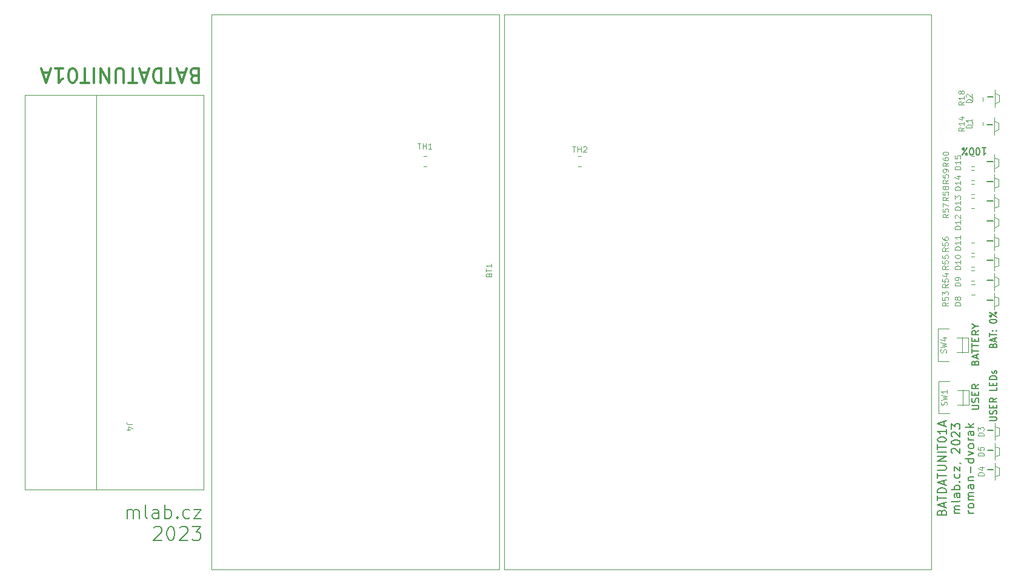
<source format=gbr>
%TF.GenerationSoftware,KiCad,Pcbnew,7.0.8-7.0.8~ubuntu23.04.1*%
%TF.CreationDate,2023-11-06T00:32:52+00:00*%
%TF.ProjectId,BATDATUNIT01,42415444-4154-4554-9e49-5430312e6b69,01A*%
%TF.SameCoordinates,Original*%
%TF.FileFunction,Legend,Top*%
%TF.FilePolarity,Positive*%
%FSLAX46Y46*%
G04 Gerber Fmt 4.6, Leading zero omitted, Abs format (unit mm)*
G04 Created by KiCad (PCBNEW 7.0.8-7.0.8~ubuntu23.04.1) date 2023-11-06 00:32:52*
%MOMM*%
%LPD*%
G01*
G04 APERTURE LIST*
%ADD10C,0.150000*%
%ADD11C,0.300000*%
%ADD12C,0.200000*%
%ADD13C,0.100000*%
G04 APERTURE END LIST*
D10*
X134755819Y24954572D02*
X135565342Y24954572D01*
X135565342Y24954572D02*
X135660580Y24997429D01*
X135660580Y24997429D02*
X135708200Y25040286D01*
X135708200Y25040286D02*
X135755819Y25126001D01*
X135755819Y25126001D02*
X135755819Y25297429D01*
X135755819Y25297429D02*
X135708200Y25383144D01*
X135708200Y25383144D02*
X135660580Y25426001D01*
X135660580Y25426001D02*
X135565342Y25468858D01*
X135565342Y25468858D02*
X134755819Y25468858D01*
X135708200Y25854572D02*
X135755819Y25983143D01*
X135755819Y25983143D02*
X135755819Y26197429D01*
X135755819Y26197429D02*
X135708200Y26283143D01*
X135708200Y26283143D02*
X135660580Y26326001D01*
X135660580Y26326001D02*
X135565342Y26368858D01*
X135565342Y26368858D02*
X135470104Y26368858D01*
X135470104Y26368858D02*
X135374866Y26326001D01*
X135374866Y26326001D02*
X135327247Y26283143D01*
X135327247Y26283143D02*
X135279628Y26197429D01*
X135279628Y26197429D02*
X135232009Y26026001D01*
X135232009Y26026001D02*
X135184390Y25940286D01*
X135184390Y25940286D02*
X135136771Y25897429D01*
X135136771Y25897429D02*
X135041533Y25854572D01*
X135041533Y25854572D02*
X134946295Y25854572D01*
X134946295Y25854572D02*
X134851057Y25897429D01*
X134851057Y25897429D02*
X134803438Y25940286D01*
X134803438Y25940286D02*
X134755819Y26026001D01*
X134755819Y26026001D02*
X134755819Y26240286D01*
X134755819Y26240286D02*
X134803438Y26368858D01*
X135232009Y26754572D02*
X135232009Y27054572D01*
X135755819Y27183144D02*
X135755819Y26754572D01*
X135755819Y26754572D02*
X134755819Y26754572D01*
X134755819Y26754572D02*
X134755819Y27183144D01*
X135755819Y28083144D02*
X135279628Y27783144D01*
X135755819Y27568858D02*
X134755819Y27568858D01*
X134755819Y27568858D02*
X134755819Y27911715D01*
X134755819Y27911715D02*
X134803438Y27997430D01*
X134803438Y27997430D02*
X134851057Y28040287D01*
X134851057Y28040287D02*
X134946295Y28083144D01*
X134946295Y28083144D02*
X135089152Y28083144D01*
X135089152Y28083144D02*
X135184390Y28040287D01*
X135184390Y28040287D02*
X135232009Y27997430D01*
X135232009Y27997430D02*
X135279628Y27911715D01*
X135279628Y27911715D02*
X135279628Y27568858D01*
X135755819Y29583144D02*
X135755819Y29154572D01*
X135755819Y29154572D02*
X134755819Y29154572D01*
X135232009Y29883143D02*
X135232009Y30183143D01*
X135755819Y30311715D02*
X135755819Y29883143D01*
X135755819Y29883143D02*
X134755819Y29883143D01*
X134755819Y29883143D02*
X134755819Y30311715D01*
X135755819Y30697429D02*
X134755819Y30697429D01*
X134755819Y30697429D02*
X134755819Y30911715D01*
X134755819Y30911715D02*
X134803438Y31040286D01*
X134803438Y31040286D02*
X134898676Y31126001D01*
X134898676Y31126001D02*
X134993914Y31168858D01*
X134993914Y31168858D02*
X135184390Y31211715D01*
X135184390Y31211715D02*
X135327247Y31211715D01*
X135327247Y31211715D02*
X135517723Y31168858D01*
X135517723Y31168858D02*
X135612961Y31126001D01*
X135612961Y31126001D02*
X135708200Y31040286D01*
X135708200Y31040286D02*
X135755819Y30911715D01*
X135755819Y30911715D02*
X135755819Y30697429D01*
X135708200Y31554572D02*
X135755819Y31640286D01*
X135755819Y31640286D02*
X135755819Y31811715D01*
X135755819Y31811715D02*
X135708200Y31897429D01*
X135708200Y31897429D02*
X135612961Y31940286D01*
X135612961Y31940286D02*
X135565342Y31940286D01*
X135565342Y31940286D02*
X135470104Y31897429D01*
X135470104Y31897429D02*
X135422485Y31811715D01*
X135422485Y31811715D02*
X135422485Y31683143D01*
X135422485Y31683143D02*
X135374866Y31597429D01*
X135374866Y31597429D02*
X135279628Y31554572D01*
X135279628Y31554572D02*
X135232009Y31554572D01*
X135232009Y31554572D02*
X135136771Y31597429D01*
X135136771Y31597429D02*
X135089152Y31683143D01*
X135089152Y31683143D02*
X135089152Y31811715D01*
X135089152Y31811715D02*
X135136771Y31897429D01*
X132732009Y33026000D02*
X132779628Y33168857D01*
X132779628Y33168857D02*
X132827247Y33216476D01*
X132827247Y33216476D02*
X132922485Y33264095D01*
X132922485Y33264095D02*
X133065342Y33264095D01*
X133065342Y33264095D02*
X133160580Y33216476D01*
X133160580Y33216476D02*
X133208200Y33168857D01*
X133208200Y33168857D02*
X133255819Y33073619D01*
X133255819Y33073619D02*
X133255819Y32692667D01*
X133255819Y32692667D02*
X132255819Y32692667D01*
X132255819Y32692667D02*
X132255819Y33026000D01*
X132255819Y33026000D02*
X132303438Y33121238D01*
X132303438Y33121238D02*
X132351057Y33168857D01*
X132351057Y33168857D02*
X132446295Y33216476D01*
X132446295Y33216476D02*
X132541533Y33216476D01*
X132541533Y33216476D02*
X132636771Y33168857D01*
X132636771Y33168857D02*
X132684390Y33121238D01*
X132684390Y33121238D02*
X132732009Y33026000D01*
X132732009Y33026000D02*
X132732009Y32692667D01*
X132970104Y33645048D02*
X132970104Y34121238D01*
X133255819Y33549810D02*
X132255819Y33883143D01*
X132255819Y33883143D02*
X133255819Y34216476D01*
X132255819Y34406953D02*
X132255819Y34978381D01*
X133255819Y34692667D02*
X132255819Y34692667D01*
X132255819Y35168858D02*
X132255819Y35740286D01*
X133255819Y35454572D02*
X132255819Y35454572D01*
X132732009Y36073620D02*
X132732009Y36406953D01*
X133255819Y36549810D02*
X133255819Y36073620D01*
X133255819Y36073620D02*
X132255819Y36073620D01*
X132255819Y36073620D02*
X132255819Y36549810D01*
X133255819Y37549810D02*
X132779628Y37216477D01*
X133255819Y36978382D02*
X132255819Y36978382D01*
X132255819Y36978382D02*
X132255819Y37359334D01*
X132255819Y37359334D02*
X132303438Y37454572D01*
X132303438Y37454572D02*
X132351057Y37502191D01*
X132351057Y37502191D02*
X132446295Y37549810D01*
X132446295Y37549810D02*
X132589152Y37549810D01*
X132589152Y37549810D02*
X132684390Y37502191D01*
X132684390Y37502191D02*
X132732009Y37454572D01*
X132732009Y37454572D02*
X132779628Y37359334D01*
X132779628Y37359334D02*
X132779628Y36978382D01*
X132779628Y38168858D02*
X133255819Y38168858D01*
X132255819Y37835525D02*
X132779628Y38168858D01*
X132779628Y38168858D02*
X132255819Y38502191D01*
D11*
X23590476Y73162020D02*
X23304762Y73257258D01*
X23304762Y73257258D02*
X23209524Y73352496D01*
X23209524Y73352496D02*
X23114286Y73542972D01*
X23114286Y73542972D02*
X23114286Y73828686D01*
X23114286Y73828686D02*
X23209524Y74019162D01*
X23209524Y74019162D02*
X23304762Y74114400D01*
X23304762Y74114400D02*
X23495238Y74209639D01*
X23495238Y74209639D02*
X24257143Y74209639D01*
X24257143Y74209639D02*
X24257143Y72209639D01*
X24257143Y72209639D02*
X23590476Y72209639D01*
X23590476Y72209639D02*
X23400000Y72304877D01*
X23400000Y72304877D02*
X23304762Y72400115D01*
X23304762Y72400115D02*
X23209524Y72590591D01*
X23209524Y72590591D02*
X23209524Y72781067D01*
X23209524Y72781067D02*
X23304762Y72971543D01*
X23304762Y72971543D02*
X23400000Y73066781D01*
X23400000Y73066781D02*
X23590476Y73162020D01*
X23590476Y73162020D02*
X24257143Y73162020D01*
X22352381Y73638210D02*
X21400000Y73638210D01*
X22542857Y74209639D02*
X21876191Y72209639D01*
X21876191Y72209639D02*
X21209524Y74209639D01*
X20828571Y72209639D02*
X19685714Y72209639D01*
X20257143Y74209639D02*
X20257143Y72209639D01*
X19019047Y74209639D02*
X19019047Y72209639D01*
X19019047Y72209639D02*
X18542857Y72209639D01*
X18542857Y72209639D02*
X18257142Y72304877D01*
X18257142Y72304877D02*
X18066666Y72495353D01*
X18066666Y72495353D02*
X17971428Y72685829D01*
X17971428Y72685829D02*
X17876190Y73066781D01*
X17876190Y73066781D02*
X17876190Y73352496D01*
X17876190Y73352496D02*
X17971428Y73733448D01*
X17971428Y73733448D02*
X18066666Y73923924D01*
X18066666Y73923924D02*
X18257142Y74114400D01*
X18257142Y74114400D02*
X18542857Y74209639D01*
X18542857Y74209639D02*
X19019047Y74209639D01*
X17114285Y73638210D02*
X16161904Y73638210D01*
X17304761Y74209639D02*
X16638095Y72209639D01*
X16638095Y72209639D02*
X15971428Y74209639D01*
X15590475Y72209639D02*
X14447618Y72209639D01*
X15019047Y74209639D02*
X15019047Y72209639D01*
X13780951Y72209639D02*
X13780951Y73828686D01*
X13780951Y73828686D02*
X13685713Y74019162D01*
X13685713Y74019162D02*
X13590475Y74114400D01*
X13590475Y74114400D02*
X13399999Y74209639D01*
X13399999Y74209639D02*
X13019046Y74209639D01*
X13019046Y74209639D02*
X12828570Y74114400D01*
X12828570Y74114400D02*
X12733332Y74019162D01*
X12733332Y74019162D02*
X12638094Y73828686D01*
X12638094Y73828686D02*
X12638094Y72209639D01*
X11685713Y74209639D02*
X11685713Y72209639D01*
X11685713Y72209639D02*
X10542856Y74209639D01*
X10542856Y74209639D02*
X10542856Y72209639D01*
X9590475Y74209639D02*
X9590475Y72209639D01*
X8923808Y72209639D02*
X7780951Y72209639D01*
X8352380Y74209639D02*
X8352380Y72209639D01*
X6733332Y72209639D02*
X6542855Y72209639D01*
X6542855Y72209639D02*
X6352379Y72304877D01*
X6352379Y72304877D02*
X6257141Y72400115D01*
X6257141Y72400115D02*
X6161903Y72590591D01*
X6161903Y72590591D02*
X6066665Y72971543D01*
X6066665Y72971543D02*
X6066665Y73447734D01*
X6066665Y73447734D02*
X6161903Y73828686D01*
X6161903Y73828686D02*
X6257141Y74019162D01*
X6257141Y74019162D02*
X6352379Y74114400D01*
X6352379Y74114400D02*
X6542855Y74209639D01*
X6542855Y74209639D02*
X6733332Y74209639D01*
X6733332Y74209639D02*
X6923808Y74114400D01*
X6923808Y74114400D02*
X7019046Y74019162D01*
X7019046Y74019162D02*
X7114284Y73828686D01*
X7114284Y73828686D02*
X7209522Y73447734D01*
X7209522Y73447734D02*
X7209522Y72971543D01*
X7209522Y72971543D02*
X7114284Y72590591D01*
X7114284Y72590591D02*
X7019046Y72400115D01*
X7019046Y72400115D02*
X6923808Y72304877D01*
X6923808Y72304877D02*
X6733332Y72209639D01*
X4161903Y74209639D02*
X5304760Y74209639D01*
X4733332Y74209639D02*
X4733332Y72209639D01*
X4733332Y72209639D02*
X4923808Y72495353D01*
X4923808Y72495353D02*
X5114284Y72685829D01*
X5114284Y72685829D02*
X5304760Y72781067D01*
X3399998Y73638210D02*
X2447617Y73638210D01*
X3590474Y74209639D02*
X2923808Y72209639D01*
X2923808Y72209639D02*
X2257141Y74209639D01*
D10*
X132255819Y26511715D02*
X133065342Y26511715D01*
X133065342Y26511715D02*
X133160580Y26559334D01*
X133160580Y26559334D02*
X133208200Y26606953D01*
X133208200Y26606953D02*
X133255819Y26702191D01*
X133255819Y26702191D02*
X133255819Y26892667D01*
X133255819Y26892667D02*
X133208200Y26987905D01*
X133208200Y26987905D02*
X133160580Y27035524D01*
X133160580Y27035524D02*
X133065342Y27083143D01*
X133065342Y27083143D02*
X132255819Y27083143D01*
X133208200Y27511715D02*
X133255819Y27654572D01*
X133255819Y27654572D02*
X133255819Y27892667D01*
X133255819Y27892667D02*
X133208200Y27987905D01*
X133208200Y27987905D02*
X133160580Y28035524D01*
X133160580Y28035524D02*
X133065342Y28083143D01*
X133065342Y28083143D02*
X132970104Y28083143D01*
X132970104Y28083143D02*
X132874866Y28035524D01*
X132874866Y28035524D02*
X132827247Y27987905D01*
X132827247Y27987905D02*
X132779628Y27892667D01*
X132779628Y27892667D02*
X132732009Y27702191D01*
X132732009Y27702191D02*
X132684390Y27606953D01*
X132684390Y27606953D02*
X132636771Y27559334D01*
X132636771Y27559334D02*
X132541533Y27511715D01*
X132541533Y27511715D02*
X132446295Y27511715D01*
X132446295Y27511715D02*
X132351057Y27559334D01*
X132351057Y27559334D02*
X132303438Y27606953D01*
X132303438Y27606953D02*
X132255819Y27702191D01*
X132255819Y27702191D02*
X132255819Y27940286D01*
X132255819Y27940286D02*
X132303438Y28083143D01*
X132732009Y28511715D02*
X132732009Y28845048D01*
X133255819Y28987905D02*
X133255819Y28511715D01*
X133255819Y28511715D02*
X132255819Y28511715D01*
X132255819Y28511715D02*
X132255819Y28987905D01*
X133255819Y29987905D02*
X132779628Y29654572D01*
X133255819Y29416477D02*
X132255819Y29416477D01*
X132255819Y29416477D02*
X132255819Y29797429D01*
X132255819Y29797429D02*
X132303438Y29892667D01*
X132303438Y29892667D02*
X132351057Y29940286D01*
X132351057Y29940286D02*
X132446295Y29987905D01*
X132446295Y29987905D02*
X132589152Y29987905D01*
X132589152Y29987905D02*
X132684390Y29940286D01*
X132684390Y29940286D02*
X132732009Y29892667D01*
X132732009Y29892667D02*
X132779628Y29797429D01*
X132779628Y29797429D02*
X132779628Y29416477D01*
D12*
X14282707Y11260924D02*
X14282707Y12527591D01*
X14282707Y12346639D02*
X14373184Y12437115D01*
X14373184Y12437115D02*
X14554136Y12527591D01*
X14554136Y12527591D02*
X14825565Y12527591D01*
X14825565Y12527591D02*
X15006517Y12437115D01*
X15006517Y12437115D02*
X15096993Y12256162D01*
X15096993Y12256162D02*
X15096993Y11260924D01*
X15096993Y12256162D02*
X15187469Y12437115D01*
X15187469Y12437115D02*
X15368422Y12527591D01*
X15368422Y12527591D02*
X15639850Y12527591D01*
X15639850Y12527591D02*
X15820803Y12437115D01*
X15820803Y12437115D02*
X15911279Y12256162D01*
X15911279Y12256162D02*
X15911279Y11260924D01*
X17087469Y11260924D02*
X16906517Y11351400D01*
X16906517Y11351400D02*
X16816040Y11532353D01*
X16816040Y11532353D02*
X16816040Y13160924D01*
X18625564Y11260924D02*
X18625564Y12256162D01*
X18625564Y12256162D02*
X18535088Y12437115D01*
X18535088Y12437115D02*
X18354136Y12527591D01*
X18354136Y12527591D02*
X17992231Y12527591D01*
X17992231Y12527591D02*
X17811278Y12437115D01*
X18625564Y11351400D02*
X18444612Y11260924D01*
X18444612Y11260924D02*
X17992231Y11260924D01*
X17992231Y11260924D02*
X17811278Y11351400D01*
X17811278Y11351400D02*
X17720802Y11532353D01*
X17720802Y11532353D02*
X17720802Y11713305D01*
X17720802Y11713305D02*
X17811278Y11894258D01*
X17811278Y11894258D02*
X17992231Y11984734D01*
X17992231Y11984734D02*
X18444612Y11984734D01*
X18444612Y11984734D02*
X18625564Y12075210D01*
X19530326Y11260924D02*
X19530326Y13160924D01*
X19530326Y12437115D02*
X19711279Y12527591D01*
X19711279Y12527591D02*
X20073184Y12527591D01*
X20073184Y12527591D02*
X20254136Y12437115D01*
X20254136Y12437115D02*
X20344612Y12346639D01*
X20344612Y12346639D02*
X20435088Y12165686D01*
X20435088Y12165686D02*
X20435088Y11622829D01*
X20435088Y11622829D02*
X20344612Y11441877D01*
X20344612Y11441877D02*
X20254136Y11351400D01*
X20254136Y11351400D02*
X20073184Y11260924D01*
X20073184Y11260924D02*
X19711279Y11260924D01*
X19711279Y11260924D02*
X19530326Y11351400D01*
X21249374Y11441877D02*
X21339851Y11351400D01*
X21339851Y11351400D02*
X21249374Y11260924D01*
X21249374Y11260924D02*
X21158898Y11351400D01*
X21158898Y11351400D02*
X21249374Y11441877D01*
X21249374Y11441877D02*
X21249374Y11260924D01*
X22968422Y11351400D02*
X22787470Y11260924D01*
X22787470Y11260924D02*
X22425565Y11260924D01*
X22425565Y11260924D02*
X22244613Y11351400D01*
X22244613Y11351400D02*
X22154136Y11441877D01*
X22154136Y11441877D02*
X22063660Y11622829D01*
X22063660Y11622829D02*
X22063660Y12165686D01*
X22063660Y12165686D02*
X22154136Y12346639D01*
X22154136Y12346639D02*
X22244613Y12437115D01*
X22244613Y12437115D02*
X22425565Y12527591D01*
X22425565Y12527591D02*
X22787470Y12527591D01*
X22787470Y12527591D02*
X22968422Y12437115D01*
X23601755Y12527591D02*
X24596993Y12527591D01*
X24596993Y12527591D02*
X23601755Y11260924D01*
X23601755Y11260924D02*
X24596993Y11260924D01*
X17992230Y9920972D02*
X18082706Y10011448D01*
X18082706Y10011448D02*
X18263659Y10101924D01*
X18263659Y10101924D02*
X18716040Y10101924D01*
X18716040Y10101924D02*
X18896992Y10011448D01*
X18896992Y10011448D02*
X18987468Y9920972D01*
X18987468Y9920972D02*
X19077945Y9740020D01*
X19077945Y9740020D02*
X19077945Y9559067D01*
X19077945Y9559067D02*
X18987468Y9287639D01*
X18987468Y9287639D02*
X17901754Y8201924D01*
X17901754Y8201924D02*
X19077945Y8201924D01*
X20254135Y10101924D02*
X20435088Y10101924D01*
X20435088Y10101924D02*
X20616040Y10011448D01*
X20616040Y10011448D02*
X20706516Y9920972D01*
X20706516Y9920972D02*
X20796992Y9740020D01*
X20796992Y9740020D02*
X20887469Y9378115D01*
X20887469Y9378115D02*
X20887469Y8925734D01*
X20887469Y8925734D02*
X20796992Y8563829D01*
X20796992Y8563829D02*
X20706516Y8382877D01*
X20706516Y8382877D02*
X20616040Y8292400D01*
X20616040Y8292400D02*
X20435088Y8201924D01*
X20435088Y8201924D02*
X20254135Y8201924D01*
X20254135Y8201924D02*
X20073183Y8292400D01*
X20073183Y8292400D02*
X19982707Y8382877D01*
X19982707Y8382877D02*
X19892230Y8563829D01*
X19892230Y8563829D02*
X19801754Y8925734D01*
X19801754Y8925734D02*
X19801754Y9378115D01*
X19801754Y9378115D02*
X19892230Y9740020D01*
X19892230Y9740020D02*
X19982707Y9920972D01*
X19982707Y9920972D02*
X20073183Y10011448D01*
X20073183Y10011448D02*
X20254135Y10101924D01*
X21611278Y9920972D02*
X21701754Y10011448D01*
X21701754Y10011448D02*
X21882707Y10101924D01*
X21882707Y10101924D02*
X22335088Y10101924D01*
X22335088Y10101924D02*
X22516040Y10011448D01*
X22516040Y10011448D02*
X22606516Y9920972D01*
X22606516Y9920972D02*
X22696993Y9740020D01*
X22696993Y9740020D02*
X22696993Y9559067D01*
X22696993Y9559067D02*
X22606516Y9287639D01*
X22606516Y9287639D02*
X21520802Y8201924D01*
X21520802Y8201924D02*
X22696993Y8201924D01*
X23330326Y10101924D02*
X24506517Y10101924D01*
X24506517Y10101924D02*
X23873183Y9378115D01*
X23873183Y9378115D02*
X24144612Y9378115D01*
X24144612Y9378115D02*
X24325564Y9287639D01*
X24325564Y9287639D02*
X24416040Y9197162D01*
X24416040Y9197162D02*
X24506517Y9016210D01*
X24506517Y9016210D02*
X24506517Y8563829D01*
X24506517Y8563829D02*
X24416040Y8382877D01*
X24416040Y8382877D02*
X24325564Y8292400D01*
X24325564Y8292400D02*
X24144612Y8201924D01*
X24144612Y8201924D02*
X23601755Y8201924D01*
X23601755Y8201924D02*
X23420802Y8292400D01*
X23420802Y8292400D02*
X23330326Y8382877D01*
D10*
X135232009Y35461715D02*
X135279628Y35590287D01*
X135279628Y35590287D02*
X135327247Y35633144D01*
X135327247Y35633144D02*
X135422485Y35676001D01*
X135422485Y35676001D02*
X135565342Y35676001D01*
X135565342Y35676001D02*
X135660580Y35633144D01*
X135660580Y35633144D02*
X135708200Y35590287D01*
X135708200Y35590287D02*
X135755819Y35504572D01*
X135755819Y35504572D02*
X135755819Y35161715D01*
X135755819Y35161715D02*
X134755819Y35161715D01*
X134755819Y35161715D02*
X134755819Y35461715D01*
X134755819Y35461715D02*
X134803438Y35547429D01*
X134803438Y35547429D02*
X134851057Y35590287D01*
X134851057Y35590287D02*
X134946295Y35633144D01*
X134946295Y35633144D02*
X135041533Y35633144D01*
X135041533Y35633144D02*
X135136771Y35590287D01*
X135136771Y35590287D02*
X135184390Y35547429D01*
X135184390Y35547429D02*
X135232009Y35461715D01*
X135232009Y35461715D02*
X135232009Y35161715D01*
X135470104Y36018858D02*
X135470104Y36447429D01*
X135755819Y35933144D02*
X134755819Y36233144D01*
X134755819Y36233144D02*
X135755819Y36533144D01*
X134755819Y36704573D02*
X134755819Y37218858D01*
X135755819Y36961716D02*
X134755819Y36961716D01*
X135660580Y37518858D02*
X135708200Y37561715D01*
X135708200Y37561715D02*
X135755819Y37518858D01*
X135755819Y37518858D02*
X135708200Y37476001D01*
X135708200Y37476001D02*
X135660580Y37518858D01*
X135660580Y37518858D02*
X135755819Y37518858D01*
X135136771Y37518858D02*
X135184390Y37561715D01*
X135184390Y37561715D02*
X135232009Y37518858D01*
X135232009Y37518858D02*
X135184390Y37476001D01*
X135184390Y37476001D02*
X135136771Y37518858D01*
X135136771Y37518858D02*
X135232009Y37518858D01*
X134755819Y38804572D02*
X134755819Y38890286D01*
X134755819Y38890286D02*
X134803438Y38976000D01*
X134803438Y38976000D02*
X134851057Y39018857D01*
X134851057Y39018857D02*
X134946295Y39061715D01*
X134946295Y39061715D02*
X135136771Y39104572D01*
X135136771Y39104572D02*
X135374866Y39104572D01*
X135374866Y39104572D02*
X135565342Y39061715D01*
X135565342Y39061715D02*
X135660580Y39018857D01*
X135660580Y39018857D02*
X135708200Y38976000D01*
X135708200Y38976000D02*
X135755819Y38890286D01*
X135755819Y38890286D02*
X135755819Y38804572D01*
X135755819Y38804572D02*
X135708200Y38718857D01*
X135708200Y38718857D02*
X135660580Y38676000D01*
X135660580Y38676000D02*
X135565342Y38633143D01*
X135565342Y38633143D02*
X135374866Y38590286D01*
X135374866Y38590286D02*
X135136771Y38590286D01*
X135136771Y38590286D02*
X134946295Y38633143D01*
X134946295Y38633143D02*
X134851057Y38676000D01*
X134851057Y38676000D02*
X134803438Y38718857D01*
X134803438Y38718857D02*
X134755819Y38804572D01*
X135755819Y39447429D02*
X134755819Y40133143D01*
X134755819Y39576000D02*
X134803438Y39661715D01*
X134803438Y39661715D02*
X134898676Y39704572D01*
X134898676Y39704572D02*
X134993914Y39661715D01*
X134993914Y39661715D02*
X135041533Y39576000D01*
X135041533Y39576000D02*
X134993914Y39490286D01*
X134993914Y39490286D02*
X134898676Y39447429D01*
X134898676Y39447429D02*
X134803438Y39490286D01*
X134803438Y39490286D02*
X134755819Y39576000D01*
X135708200Y40090286D02*
X135612961Y40133143D01*
X135612961Y40133143D02*
X135517723Y40090286D01*
X135517723Y40090286D02*
X135470104Y40004572D01*
X135470104Y40004572D02*
X135517723Y39918858D01*
X135517723Y39918858D02*
X135612961Y39876000D01*
X135612961Y39876000D02*
X135708200Y39918858D01*
X135708200Y39918858D02*
X135755819Y40004572D01*
X135755819Y40004572D02*
X135708200Y40090286D01*
D12*
X128070171Y12111715D02*
X128127314Y12283143D01*
X128127314Y12283143D02*
X128184457Y12340286D01*
X128184457Y12340286D02*
X128298742Y12397429D01*
X128298742Y12397429D02*
X128470171Y12397429D01*
X128470171Y12397429D02*
X128584457Y12340286D01*
X128584457Y12340286D02*
X128641600Y12283143D01*
X128641600Y12283143D02*
X128698742Y12168858D01*
X128698742Y12168858D02*
X128698742Y11711715D01*
X128698742Y11711715D02*
X127498742Y11711715D01*
X127498742Y11711715D02*
X127498742Y12111715D01*
X127498742Y12111715D02*
X127555885Y12226000D01*
X127555885Y12226000D02*
X127613028Y12283143D01*
X127613028Y12283143D02*
X127727314Y12340286D01*
X127727314Y12340286D02*
X127841600Y12340286D01*
X127841600Y12340286D02*
X127955885Y12283143D01*
X127955885Y12283143D02*
X128013028Y12226000D01*
X128013028Y12226000D02*
X128070171Y12111715D01*
X128070171Y12111715D02*
X128070171Y11711715D01*
X128355885Y12854572D02*
X128355885Y13426000D01*
X128698742Y12740286D02*
X127498742Y13140286D01*
X127498742Y13140286D02*
X128698742Y13540286D01*
X127498742Y13768857D02*
X127498742Y14454571D01*
X128698742Y14111714D02*
X127498742Y14111714D01*
X128698742Y14854572D02*
X127498742Y14854572D01*
X127498742Y14854572D02*
X127498742Y15140286D01*
X127498742Y15140286D02*
X127555885Y15311715D01*
X127555885Y15311715D02*
X127670171Y15426000D01*
X127670171Y15426000D02*
X127784457Y15483143D01*
X127784457Y15483143D02*
X128013028Y15540286D01*
X128013028Y15540286D02*
X128184457Y15540286D01*
X128184457Y15540286D02*
X128413028Y15483143D01*
X128413028Y15483143D02*
X128527314Y15426000D01*
X128527314Y15426000D02*
X128641600Y15311715D01*
X128641600Y15311715D02*
X128698742Y15140286D01*
X128698742Y15140286D02*
X128698742Y14854572D01*
X128355885Y15997429D02*
X128355885Y16568857D01*
X128698742Y15883143D02*
X127498742Y16283143D01*
X127498742Y16283143D02*
X128698742Y16683143D01*
X127498742Y16911714D02*
X127498742Y17597428D01*
X128698742Y17254571D02*
X127498742Y17254571D01*
X127498742Y17997429D02*
X128470171Y17997429D01*
X128470171Y17997429D02*
X128584457Y18054572D01*
X128584457Y18054572D02*
X128641600Y18111714D01*
X128641600Y18111714D02*
X128698742Y18226000D01*
X128698742Y18226000D02*
X128698742Y18454572D01*
X128698742Y18454572D02*
X128641600Y18568857D01*
X128641600Y18568857D02*
X128584457Y18626000D01*
X128584457Y18626000D02*
X128470171Y18683143D01*
X128470171Y18683143D02*
X127498742Y18683143D01*
X128698742Y19254572D02*
X127498742Y19254572D01*
X127498742Y19254572D02*
X128698742Y19940286D01*
X128698742Y19940286D02*
X127498742Y19940286D01*
X128698742Y20511715D02*
X127498742Y20511715D01*
X127498742Y20911715D02*
X127498742Y21597429D01*
X128698742Y21254572D02*
X127498742Y21254572D01*
X127498742Y22226001D02*
X127498742Y22340287D01*
X127498742Y22340287D02*
X127555885Y22454573D01*
X127555885Y22454573D02*
X127613028Y22511715D01*
X127613028Y22511715D02*
X127727314Y22568858D01*
X127727314Y22568858D02*
X127955885Y22626001D01*
X127955885Y22626001D02*
X128241600Y22626001D01*
X128241600Y22626001D02*
X128470171Y22568858D01*
X128470171Y22568858D02*
X128584457Y22511715D01*
X128584457Y22511715D02*
X128641600Y22454573D01*
X128641600Y22454573D02*
X128698742Y22340287D01*
X128698742Y22340287D02*
X128698742Y22226001D01*
X128698742Y22226001D02*
X128641600Y22111715D01*
X128641600Y22111715D02*
X128584457Y22054573D01*
X128584457Y22054573D02*
X128470171Y21997430D01*
X128470171Y21997430D02*
X128241600Y21940287D01*
X128241600Y21940287D02*
X127955885Y21940287D01*
X127955885Y21940287D02*
X127727314Y21997430D01*
X127727314Y21997430D02*
X127613028Y22054573D01*
X127613028Y22054573D02*
X127555885Y22111715D01*
X127555885Y22111715D02*
X127498742Y22226001D01*
X128698742Y23768858D02*
X128698742Y23083144D01*
X128698742Y23426001D02*
X127498742Y23426001D01*
X127498742Y23426001D02*
X127670171Y23311715D01*
X127670171Y23311715D02*
X127784457Y23197430D01*
X127784457Y23197430D02*
X127841600Y23083144D01*
X128355885Y24226001D02*
X128355885Y24797429D01*
X128698742Y24111715D02*
X127498742Y24511715D01*
X127498742Y24511715D02*
X128698742Y24911715D01*
X130630742Y11997430D02*
X129830742Y11997430D01*
X129945028Y11997430D02*
X129887885Y12054573D01*
X129887885Y12054573D02*
X129830742Y12168858D01*
X129830742Y12168858D02*
X129830742Y12340287D01*
X129830742Y12340287D02*
X129887885Y12454573D01*
X129887885Y12454573D02*
X130002171Y12511715D01*
X130002171Y12511715D02*
X130630742Y12511715D01*
X130002171Y12511715D02*
X129887885Y12568858D01*
X129887885Y12568858D02*
X129830742Y12683144D01*
X129830742Y12683144D02*
X129830742Y12854573D01*
X129830742Y12854573D02*
X129887885Y12968858D01*
X129887885Y12968858D02*
X130002171Y13026001D01*
X130002171Y13026001D02*
X130630742Y13026001D01*
X130630742Y13768858D02*
X130573600Y13654573D01*
X130573600Y13654573D02*
X130459314Y13597430D01*
X130459314Y13597430D02*
X129430742Y13597430D01*
X130630742Y14740286D02*
X130002171Y14740286D01*
X130002171Y14740286D02*
X129887885Y14683144D01*
X129887885Y14683144D02*
X129830742Y14568858D01*
X129830742Y14568858D02*
X129830742Y14340286D01*
X129830742Y14340286D02*
X129887885Y14226001D01*
X130573600Y14740286D02*
X130630742Y14626001D01*
X130630742Y14626001D02*
X130630742Y14340286D01*
X130630742Y14340286D02*
X130573600Y14226001D01*
X130573600Y14226001D02*
X130459314Y14168858D01*
X130459314Y14168858D02*
X130345028Y14168858D01*
X130345028Y14168858D02*
X130230742Y14226001D01*
X130230742Y14226001D02*
X130173600Y14340286D01*
X130173600Y14340286D02*
X130173600Y14626001D01*
X130173600Y14626001D02*
X130116457Y14740286D01*
X130630742Y15311715D02*
X129430742Y15311715D01*
X129887885Y15311715D02*
X129830742Y15426000D01*
X129830742Y15426000D02*
X129830742Y15654572D01*
X129830742Y15654572D02*
X129887885Y15768858D01*
X129887885Y15768858D02*
X129945028Y15826000D01*
X129945028Y15826000D02*
X130059314Y15883143D01*
X130059314Y15883143D02*
X130402171Y15883143D01*
X130402171Y15883143D02*
X130516457Y15826000D01*
X130516457Y15826000D02*
X130573600Y15768858D01*
X130573600Y15768858D02*
X130630742Y15654572D01*
X130630742Y15654572D02*
X130630742Y15426000D01*
X130630742Y15426000D02*
X130573600Y15311715D01*
X130516457Y16397429D02*
X130573600Y16454572D01*
X130573600Y16454572D02*
X130630742Y16397429D01*
X130630742Y16397429D02*
X130573600Y16340286D01*
X130573600Y16340286D02*
X130516457Y16397429D01*
X130516457Y16397429D02*
X130630742Y16397429D01*
X130573600Y17483143D02*
X130630742Y17368858D01*
X130630742Y17368858D02*
X130630742Y17140286D01*
X130630742Y17140286D02*
X130573600Y17026001D01*
X130573600Y17026001D02*
X130516457Y16968858D01*
X130516457Y16968858D02*
X130402171Y16911715D01*
X130402171Y16911715D02*
X130059314Y16911715D01*
X130059314Y16911715D02*
X129945028Y16968858D01*
X129945028Y16968858D02*
X129887885Y17026001D01*
X129887885Y17026001D02*
X129830742Y17140286D01*
X129830742Y17140286D02*
X129830742Y17368858D01*
X129830742Y17368858D02*
X129887885Y17483143D01*
X129830742Y17883143D02*
X129830742Y18511714D01*
X129830742Y18511714D02*
X130630742Y17883143D01*
X130630742Y17883143D02*
X130630742Y18511714D01*
X130573600Y19026001D02*
X130630742Y19026001D01*
X130630742Y19026001D02*
X130745028Y18968858D01*
X130745028Y18968858D02*
X130802171Y18911715D01*
X129545028Y20397430D02*
X129487885Y20454573D01*
X129487885Y20454573D02*
X129430742Y20568858D01*
X129430742Y20568858D02*
X129430742Y20854573D01*
X129430742Y20854573D02*
X129487885Y20968858D01*
X129487885Y20968858D02*
X129545028Y21026001D01*
X129545028Y21026001D02*
X129659314Y21083144D01*
X129659314Y21083144D02*
X129773600Y21083144D01*
X129773600Y21083144D02*
X129945028Y21026001D01*
X129945028Y21026001D02*
X130630742Y20340287D01*
X130630742Y20340287D02*
X130630742Y21083144D01*
X129430742Y21826001D02*
X129430742Y21940287D01*
X129430742Y21940287D02*
X129487885Y22054573D01*
X129487885Y22054573D02*
X129545028Y22111715D01*
X129545028Y22111715D02*
X129659314Y22168858D01*
X129659314Y22168858D02*
X129887885Y22226001D01*
X129887885Y22226001D02*
X130173600Y22226001D01*
X130173600Y22226001D02*
X130402171Y22168858D01*
X130402171Y22168858D02*
X130516457Y22111715D01*
X130516457Y22111715D02*
X130573600Y22054573D01*
X130573600Y22054573D02*
X130630742Y21940287D01*
X130630742Y21940287D02*
X130630742Y21826001D01*
X130630742Y21826001D02*
X130573600Y21711715D01*
X130573600Y21711715D02*
X130516457Y21654573D01*
X130516457Y21654573D02*
X130402171Y21597430D01*
X130402171Y21597430D02*
X130173600Y21540287D01*
X130173600Y21540287D02*
X129887885Y21540287D01*
X129887885Y21540287D02*
X129659314Y21597430D01*
X129659314Y21597430D02*
X129545028Y21654573D01*
X129545028Y21654573D02*
X129487885Y21711715D01*
X129487885Y21711715D02*
X129430742Y21826001D01*
X129545028Y22683144D02*
X129487885Y22740287D01*
X129487885Y22740287D02*
X129430742Y22854572D01*
X129430742Y22854572D02*
X129430742Y23140287D01*
X129430742Y23140287D02*
X129487885Y23254572D01*
X129487885Y23254572D02*
X129545028Y23311715D01*
X129545028Y23311715D02*
X129659314Y23368858D01*
X129659314Y23368858D02*
X129773600Y23368858D01*
X129773600Y23368858D02*
X129945028Y23311715D01*
X129945028Y23311715D02*
X130630742Y22626001D01*
X130630742Y22626001D02*
X130630742Y23368858D01*
X129430742Y23768858D02*
X129430742Y24511715D01*
X129430742Y24511715D02*
X129887885Y24111715D01*
X129887885Y24111715D02*
X129887885Y24283144D01*
X129887885Y24283144D02*
X129945028Y24397429D01*
X129945028Y24397429D02*
X130002171Y24454572D01*
X130002171Y24454572D02*
X130116457Y24511715D01*
X130116457Y24511715D02*
X130402171Y24511715D01*
X130402171Y24511715D02*
X130516457Y24454572D01*
X130516457Y24454572D02*
X130573600Y24397429D01*
X130573600Y24397429D02*
X130630742Y24283144D01*
X130630742Y24283144D02*
X130630742Y23940287D01*
X130630742Y23940287D02*
X130573600Y23826001D01*
X130573600Y23826001D02*
X130516457Y23768858D01*
X132562742Y12026002D02*
X131762742Y12026002D01*
X131991314Y12026002D02*
X131877028Y12083145D01*
X131877028Y12083145D02*
X131819885Y12140287D01*
X131819885Y12140287D02*
X131762742Y12254573D01*
X131762742Y12254573D02*
X131762742Y12368859D01*
X132562742Y12940287D02*
X132505600Y12826002D01*
X132505600Y12826002D02*
X132448457Y12768859D01*
X132448457Y12768859D02*
X132334171Y12711716D01*
X132334171Y12711716D02*
X131991314Y12711716D01*
X131991314Y12711716D02*
X131877028Y12768859D01*
X131877028Y12768859D02*
X131819885Y12826002D01*
X131819885Y12826002D02*
X131762742Y12940287D01*
X131762742Y12940287D02*
X131762742Y13111716D01*
X131762742Y13111716D02*
X131819885Y13226002D01*
X131819885Y13226002D02*
X131877028Y13283144D01*
X131877028Y13283144D02*
X131991314Y13340287D01*
X131991314Y13340287D02*
X132334171Y13340287D01*
X132334171Y13340287D02*
X132448457Y13283144D01*
X132448457Y13283144D02*
X132505600Y13226002D01*
X132505600Y13226002D02*
X132562742Y13111716D01*
X132562742Y13111716D02*
X132562742Y12940287D01*
X132562742Y13854573D02*
X131762742Y13854573D01*
X131877028Y13854573D02*
X131819885Y13911716D01*
X131819885Y13911716D02*
X131762742Y14026001D01*
X131762742Y14026001D02*
X131762742Y14197430D01*
X131762742Y14197430D02*
X131819885Y14311716D01*
X131819885Y14311716D02*
X131934171Y14368858D01*
X131934171Y14368858D02*
X132562742Y14368858D01*
X131934171Y14368858D02*
X131819885Y14426001D01*
X131819885Y14426001D02*
X131762742Y14540287D01*
X131762742Y14540287D02*
X131762742Y14711716D01*
X131762742Y14711716D02*
X131819885Y14826001D01*
X131819885Y14826001D02*
X131934171Y14883144D01*
X131934171Y14883144D02*
X132562742Y14883144D01*
X132562742Y15968858D02*
X131934171Y15968858D01*
X131934171Y15968858D02*
X131819885Y15911716D01*
X131819885Y15911716D02*
X131762742Y15797430D01*
X131762742Y15797430D02*
X131762742Y15568858D01*
X131762742Y15568858D02*
X131819885Y15454573D01*
X132505600Y15968858D02*
X132562742Y15854573D01*
X132562742Y15854573D02*
X132562742Y15568858D01*
X132562742Y15568858D02*
X132505600Y15454573D01*
X132505600Y15454573D02*
X132391314Y15397430D01*
X132391314Y15397430D02*
X132277028Y15397430D01*
X132277028Y15397430D02*
X132162742Y15454573D01*
X132162742Y15454573D02*
X132105600Y15568858D01*
X132105600Y15568858D02*
X132105600Y15854573D01*
X132105600Y15854573D02*
X132048457Y15968858D01*
X131762742Y16540287D02*
X132562742Y16540287D01*
X131877028Y16540287D02*
X131819885Y16597430D01*
X131819885Y16597430D02*
X131762742Y16711715D01*
X131762742Y16711715D02*
X131762742Y16883144D01*
X131762742Y16883144D02*
X131819885Y16997430D01*
X131819885Y16997430D02*
X131934171Y17054572D01*
X131934171Y17054572D02*
X132562742Y17054572D01*
X132105600Y17626001D02*
X132105600Y18540286D01*
X132562742Y19626000D02*
X131362742Y19626000D01*
X132505600Y19626000D02*
X132562742Y19511715D01*
X132562742Y19511715D02*
X132562742Y19283143D01*
X132562742Y19283143D02*
X132505600Y19168858D01*
X132505600Y19168858D02*
X132448457Y19111715D01*
X132448457Y19111715D02*
X132334171Y19054572D01*
X132334171Y19054572D02*
X131991314Y19054572D01*
X131991314Y19054572D02*
X131877028Y19111715D01*
X131877028Y19111715D02*
X131819885Y19168858D01*
X131819885Y19168858D02*
X131762742Y19283143D01*
X131762742Y19283143D02*
X131762742Y19511715D01*
X131762742Y19511715D02*
X131819885Y19626000D01*
X131762742Y20083143D02*
X132562742Y20368857D01*
X132562742Y20368857D02*
X131762742Y20654572D01*
X132562742Y21283143D02*
X132505600Y21168858D01*
X132505600Y21168858D02*
X132448457Y21111715D01*
X132448457Y21111715D02*
X132334171Y21054572D01*
X132334171Y21054572D02*
X131991314Y21054572D01*
X131991314Y21054572D02*
X131877028Y21111715D01*
X131877028Y21111715D02*
X131819885Y21168858D01*
X131819885Y21168858D02*
X131762742Y21283143D01*
X131762742Y21283143D02*
X131762742Y21454572D01*
X131762742Y21454572D02*
X131819885Y21568858D01*
X131819885Y21568858D02*
X131877028Y21626000D01*
X131877028Y21626000D02*
X131991314Y21683143D01*
X131991314Y21683143D02*
X132334171Y21683143D01*
X132334171Y21683143D02*
X132448457Y21626000D01*
X132448457Y21626000D02*
X132505600Y21568858D01*
X132505600Y21568858D02*
X132562742Y21454572D01*
X132562742Y21454572D02*
X132562742Y21283143D01*
X132562742Y22197429D02*
X131762742Y22197429D01*
X131991314Y22197429D02*
X131877028Y22254572D01*
X131877028Y22254572D02*
X131819885Y22311714D01*
X131819885Y22311714D02*
X131762742Y22426000D01*
X131762742Y22426000D02*
X131762742Y22540286D01*
X132562742Y23454571D02*
X131934171Y23454571D01*
X131934171Y23454571D02*
X131819885Y23397429D01*
X131819885Y23397429D02*
X131762742Y23283143D01*
X131762742Y23283143D02*
X131762742Y23054571D01*
X131762742Y23054571D02*
X131819885Y22940286D01*
X132505600Y23454571D02*
X132562742Y23340286D01*
X132562742Y23340286D02*
X132562742Y23054571D01*
X132562742Y23054571D02*
X132505600Y22940286D01*
X132505600Y22940286D02*
X132391314Y22883143D01*
X132391314Y22883143D02*
X132277028Y22883143D01*
X132277028Y22883143D02*
X132162742Y22940286D01*
X132162742Y22940286D02*
X132105600Y23054571D01*
X132105600Y23054571D02*
X132105600Y23340286D01*
X132105600Y23340286D02*
X132048457Y23454571D01*
X132562742Y24026000D02*
X131362742Y24026000D01*
X132105600Y24140285D02*
X132562742Y24483143D01*
X131762742Y24483143D02*
X132219885Y24026000D01*
D10*
X133700285Y63095820D02*
X134214571Y63095820D01*
X133957428Y63095820D02*
X133957428Y62095820D01*
X133957428Y62095820D02*
X134043142Y62238677D01*
X134043142Y62238677D02*
X134128857Y62333915D01*
X134128857Y62333915D02*
X134214571Y62381534D01*
X133143142Y62095820D02*
X133057428Y62095820D01*
X133057428Y62095820D02*
X132971714Y62143439D01*
X132971714Y62143439D02*
X132928857Y62191058D01*
X132928857Y62191058D02*
X132885999Y62286296D01*
X132885999Y62286296D02*
X132843142Y62476772D01*
X132843142Y62476772D02*
X132843142Y62714867D01*
X132843142Y62714867D02*
X132885999Y62905343D01*
X132885999Y62905343D02*
X132928857Y63000581D01*
X132928857Y63000581D02*
X132971714Y63048200D01*
X132971714Y63048200D02*
X133057428Y63095820D01*
X133057428Y63095820D02*
X133143142Y63095820D01*
X133143142Y63095820D02*
X133228857Y63048200D01*
X133228857Y63048200D02*
X133271714Y63000581D01*
X133271714Y63000581D02*
X133314571Y62905343D01*
X133314571Y62905343D02*
X133357428Y62714867D01*
X133357428Y62714867D02*
X133357428Y62476772D01*
X133357428Y62476772D02*
X133314571Y62286296D01*
X133314571Y62286296D02*
X133271714Y62191058D01*
X133271714Y62191058D02*
X133228857Y62143439D01*
X133228857Y62143439D02*
X133143142Y62095820D01*
X132285999Y62095820D02*
X132200285Y62095820D01*
X132200285Y62095820D02*
X132114571Y62143439D01*
X132114571Y62143439D02*
X132071714Y62191058D01*
X132071714Y62191058D02*
X132028856Y62286296D01*
X132028856Y62286296D02*
X131985999Y62476772D01*
X131985999Y62476772D02*
X131985999Y62714867D01*
X131985999Y62714867D02*
X132028856Y62905343D01*
X132028856Y62905343D02*
X132071714Y63000581D01*
X132071714Y63000581D02*
X132114571Y63048200D01*
X132114571Y63048200D02*
X132200285Y63095820D01*
X132200285Y63095820D02*
X132285999Y63095820D01*
X132285999Y63095820D02*
X132371714Y63048200D01*
X132371714Y63048200D02*
X132414571Y63000581D01*
X132414571Y63000581D02*
X132457428Y62905343D01*
X132457428Y62905343D02*
X132500285Y62714867D01*
X132500285Y62714867D02*
X132500285Y62476772D01*
X132500285Y62476772D02*
X132457428Y62286296D01*
X132457428Y62286296D02*
X132414571Y62191058D01*
X132414571Y62191058D02*
X132371714Y62143439D01*
X132371714Y62143439D02*
X132285999Y62095820D01*
X131643142Y63095820D02*
X130957428Y62095820D01*
X131514571Y62095820D02*
X131428856Y62143439D01*
X131428856Y62143439D02*
X131385999Y62238677D01*
X131385999Y62238677D02*
X131428856Y62333915D01*
X131428856Y62333915D02*
X131514571Y62381534D01*
X131514571Y62381534D02*
X131600285Y62333915D01*
X131600285Y62333915D02*
X131643142Y62238677D01*
X131643142Y62238677D02*
X131600285Y62143439D01*
X131600285Y62143439D02*
X131514571Y62095820D01*
X131000285Y63048200D02*
X130957428Y62952962D01*
X130957428Y62952962D02*
X131000285Y62857724D01*
X131000285Y62857724D02*
X131085999Y62810105D01*
X131085999Y62810105D02*
X131171713Y62857724D01*
X131171713Y62857724D02*
X131214571Y62952962D01*
X131214571Y62952962D02*
X131171713Y63048200D01*
X131171713Y63048200D02*
X131085999Y63095820D01*
X131085999Y63095820D02*
X131000285Y63048200D01*
D13*
X131225895Y65936715D02*
X130844942Y65670048D01*
X131225895Y65479572D02*
X130425895Y65479572D01*
X130425895Y65479572D02*
X130425895Y65784334D01*
X130425895Y65784334D02*
X130463990Y65860524D01*
X130463990Y65860524D02*
X130502085Y65898619D01*
X130502085Y65898619D02*
X130578276Y65936715D01*
X130578276Y65936715D02*
X130692561Y65936715D01*
X130692561Y65936715D02*
X130768752Y65898619D01*
X130768752Y65898619D02*
X130806847Y65860524D01*
X130806847Y65860524D02*
X130844942Y65784334D01*
X130844942Y65784334D02*
X130844942Y65479572D01*
X131225895Y66698619D02*
X131225895Y66241476D01*
X131225895Y66470048D02*
X130425895Y66470048D01*
X130425895Y66470048D02*
X130540180Y66393857D01*
X130540180Y66393857D02*
X130616371Y66317667D01*
X130616371Y66317667D02*
X130654466Y66241476D01*
X130692561Y67384334D02*
X131225895Y67384334D01*
X130387800Y67193858D02*
X130959228Y67003381D01*
X130959228Y67003381D02*
X130959228Y67498620D01*
X64766847Y45322429D02*
X64804942Y45436715D01*
X64804942Y45436715D02*
X64843038Y45474810D01*
X64843038Y45474810D02*
X64919228Y45512906D01*
X64919228Y45512906D02*
X65033514Y45512906D01*
X65033514Y45512906D02*
X65109704Y45474810D01*
X65109704Y45474810D02*
X65147800Y45436715D01*
X65147800Y45436715D02*
X65185895Y45360525D01*
X65185895Y45360525D02*
X65185895Y45055763D01*
X65185895Y45055763D02*
X64385895Y45055763D01*
X64385895Y45055763D02*
X64385895Y45322429D01*
X64385895Y45322429D02*
X64423990Y45398620D01*
X64423990Y45398620D02*
X64462085Y45436715D01*
X64462085Y45436715D02*
X64538276Y45474810D01*
X64538276Y45474810D02*
X64614466Y45474810D01*
X64614466Y45474810D02*
X64690657Y45436715D01*
X64690657Y45436715D02*
X64728752Y45398620D01*
X64728752Y45398620D02*
X64766847Y45322429D01*
X64766847Y45322429D02*
X64766847Y45055763D01*
X64385895Y45741477D02*
X64385895Y46198620D01*
X65185895Y45970048D02*
X64385895Y45970048D01*
X65185895Y46884334D02*
X65185895Y46427191D01*
X65185895Y46655763D02*
X64385895Y46655763D01*
X64385895Y46655763D02*
X64500180Y46579572D01*
X64500180Y46579572D02*
X64576371Y46503382D01*
X64576371Y46503382D02*
X64614466Y46427191D01*
X129000895Y56220049D02*
X128619942Y55953382D01*
X129000895Y55762906D02*
X128200895Y55762906D01*
X128200895Y55762906D02*
X128200895Y56067668D01*
X128200895Y56067668D02*
X128238990Y56143858D01*
X128238990Y56143858D02*
X128277085Y56181953D01*
X128277085Y56181953D02*
X128353276Y56220049D01*
X128353276Y56220049D02*
X128467561Y56220049D01*
X128467561Y56220049D02*
X128543752Y56181953D01*
X128543752Y56181953D02*
X128581847Y56143858D01*
X128581847Y56143858D02*
X128619942Y56067668D01*
X128619942Y56067668D02*
X128619942Y55762906D01*
X128200895Y56943858D02*
X128200895Y56562906D01*
X128200895Y56562906D02*
X128581847Y56524810D01*
X128581847Y56524810D02*
X128543752Y56562906D01*
X128543752Y56562906D02*
X128505657Y56639096D01*
X128505657Y56639096D02*
X128505657Y56829572D01*
X128505657Y56829572D02*
X128543752Y56905763D01*
X128543752Y56905763D02*
X128581847Y56943858D01*
X128581847Y56943858D02*
X128658038Y56981953D01*
X128658038Y56981953D02*
X128848514Y56981953D01*
X128848514Y56981953D02*
X128924704Y56943858D01*
X128924704Y56943858D02*
X128962800Y56905763D01*
X128962800Y56905763D02*
X129000895Y56829572D01*
X129000895Y56829572D02*
X129000895Y56639096D01*
X129000895Y56639096D02*
X128962800Y56562906D01*
X128962800Y56562906D02*
X128924704Y56524810D01*
X128543752Y57439096D02*
X128505657Y57362906D01*
X128505657Y57362906D02*
X128467561Y57324811D01*
X128467561Y57324811D02*
X128391371Y57286715D01*
X128391371Y57286715D02*
X128353276Y57286715D01*
X128353276Y57286715D02*
X128277085Y57324811D01*
X128277085Y57324811D02*
X128238990Y57362906D01*
X128238990Y57362906D02*
X128200895Y57439096D01*
X128200895Y57439096D02*
X128200895Y57591477D01*
X128200895Y57591477D02*
X128238990Y57667668D01*
X128238990Y57667668D02*
X128277085Y57705763D01*
X128277085Y57705763D02*
X128353276Y57743858D01*
X128353276Y57743858D02*
X128391371Y57743858D01*
X128391371Y57743858D02*
X128467561Y57705763D01*
X128467561Y57705763D02*
X128505657Y57667668D01*
X128505657Y57667668D02*
X128543752Y57591477D01*
X128543752Y57591477D02*
X128543752Y57439096D01*
X128543752Y57439096D02*
X128581847Y57362906D01*
X128581847Y57362906D02*
X128619942Y57324811D01*
X128619942Y57324811D02*
X128696133Y57286715D01*
X128696133Y57286715D02*
X128848514Y57286715D01*
X128848514Y57286715D02*
X128924704Y57324811D01*
X128924704Y57324811D02*
X128962800Y57362906D01*
X128962800Y57362906D02*
X129000895Y57439096D01*
X129000895Y57439096D02*
X129000895Y57591477D01*
X129000895Y57591477D02*
X128962800Y57667668D01*
X128962800Y57667668D02*
X128924704Y57705763D01*
X128924704Y57705763D02*
X128848514Y57743858D01*
X128848514Y57743858D02*
X128696133Y57743858D01*
X128696133Y57743858D02*
X128619942Y57705763D01*
X128619942Y57705763D02*
X128581847Y57667668D01*
X128581847Y57667668D02*
X128543752Y57591477D01*
X128975895Y44036715D02*
X128594942Y43770048D01*
X128975895Y43579572D02*
X128175895Y43579572D01*
X128175895Y43579572D02*
X128175895Y43884334D01*
X128175895Y43884334D02*
X128213990Y43960524D01*
X128213990Y43960524D02*
X128252085Y43998619D01*
X128252085Y43998619D02*
X128328276Y44036715D01*
X128328276Y44036715D02*
X128442561Y44036715D01*
X128442561Y44036715D02*
X128518752Y43998619D01*
X128518752Y43998619D02*
X128556847Y43960524D01*
X128556847Y43960524D02*
X128594942Y43884334D01*
X128594942Y43884334D02*
X128594942Y43579572D01*
X128175895Y44760524D02*
X128175895Y44379572D01*
X128175895Y44379572D02*
X128556847Y44341476D01*
X128556847Y44341476D02*
X128518752Y44379572D01*
X128518752Y44379572D02*
X128480657Y44455762D01*
X128480657Y44455762D02*
X128480657Y44646238D01*
X128480657Y44646238D02*
X128518752Y44722429D01*
X128518752Y44722429D02*
X128556847Y44760524D01*
X128556847Y44760524D02*
X128633038Y44798619D01*
X128633038Y44798619D02*
X128823514Y44798619D01*
X128823514Y44798619D02*
X128899704Y44760524D01*
X128899704Y44760524D02*
X128937800Y44722429D01*
X128937800Y44722429D02*
X128975895Y44646238D01*
X128975895Y44646238D02*
X128975895Y44455762D01*
X128975895Y44455762D02*
X128937800Y44379572D01*
X128937800Y44379572D02*
X128899704Y44341476D01*
X128442561Y45484334D02*
X128975895Y45484334D01*
X128137800Y45293858D02*
X128709228Y45103381D01*
X128709228Y45103381D02*
X128709228Y45598620D01*
X129000895Y61036715D02*
X128619942Y60770048D01*
X129000895Y60579572D02*
X128200895Y60579572D01*
X128200895Y60579572D02*
X128200895Y60884334D01*
X128200895Y60884334D02*
X128238990Y60960524D01*
X128238990Y60960524D02*
X128277085Y60998619D01*
X128277085Y60998619D02*
X128353276Y61036715D01*
X128353276Y61036715D02*
X128467561Y61036715D01*
X128467561Y61036715D02*
X128543752Y60998619D01*
X128543752Y60998619D02*
X128581847Y60960524D01*
X128581847Y60960524D02*
X128619942Y60884334D01*
X128619942Y60884334D02*
X128619942Y60579572D01*
X128200895Y61722429D02*
X128200895Y61570048D01*
X128200895Y61570048D02*
X128238990Y61493857D01*
X128238990Y61493857D02*
X128277085Y61455762D01*
X128277085Y61455762D02*
X128391371Y61379572D01*
X128391371Y61379572D02*
X128543752Y61341476D01*
X128543752Y61341476D02*
X128848514Y61341476D01*
X128848514Y61341476D02*
X128924704Y61379572D01*
X128924704Y61379572D02*
X128962800Y61417667D01*
X128962800Y61417667D02*
X129000895Y61493857D01*
X129000895Y61493857D02*
X129000895Y61646238D01*
X129000895Y61646238D02*
X128962800Y61722429D01*
X128962800Y61722429D02*
X128924704Y61760524D01*
X128924704Y61760524D02*
X128848514Y61798619D01*
X128848514Y61798619D02*
X128658038Y61798619D01*
X128658038Y61798619D02*
X128581847Y61760524D01*
X128581847Y61760524D02*
X128543752Y61722429D01*
X128543752Y61722429D02*
X128505657Y61646238D01*
X128505657Y61646238D02*
X128505657Y61493857D01*
X128505657Y61493857D02*
X128543752Y61417667D01*
X128543752Y61417667D02*
X128581847Y61379572D01*
X128581847Y61379572D02*
X128658038Y61341476D01*
X128200895Y62293858D02*
X128200895Y62370048D01*
X128200895Y62370048D02*
X128238990Y62446239D01*
X128238990Y62446239D02*
X128277085Y62484334D01*
X128277085Y62484334D02*
X128353276Y62522429D01*
X128353276Y62522429D02*
X128505657Y62560524D01*
X128505657Y62560524D02*
X128696133Y62560524D01*
X128696133Y62560524D02*
X128848514Y62522429D01*
X128848514Y62522429D02*
X128924704Y62484334D01*
X128924704Y62484334D02*
X128962800Y62446239D01*
X128962800Y62446239D02*
X129000895Y62370048D01*
X129000895Y62370048D02*
X129000895Y62293858D01*
X129000895Y62293858D02*
X128962800Y62217667D01*
X128962800Y62217667D02*
X128924704Y62179572D01*
X128924704Y62179572D02*
X128848514Y62141477D01*
X128848514Y62141477D02*
X128696133Y62103381D01*
X128696133Y62103381D02*
X128505657Y62103381D01*
X128505657Y62103381D02*
X128353276Y62141477D01*
X128353276Y62141477D02*
X128277085Y62179572D01*
X128277085Y62179572D02*
X128238990Y62217667D01*
X128238990Y62217667D02*
X128200895Y62293858D01*
X132275895Y69435525D02*
X131475895Y69435525D01*
X131475895Y69435525D02*
X131475895Y69626001D01*
X131475895Y69626001D02*
X131513990Y69740287D01*
X131513990Y69740287D02*
X131590180Y69816477D01*
X131590180Y69816477D02*
X131666371Y69854572D01*
X131666371Y69854572D02*
X131818752Y69892668D01*
X131818752Y69892668D02*
X131933038Y69892668D01*
X131933038Y69892668D02*
X132085419Y69854572D01*
X132085419Y69854572D02*
X132161609Y69816477D01*
X132161609Y69816477D02*
X132237800Y69740287D01*
X132237800Y69740287D02*
X132275895Y69626001D01*
X132275895Y69626001D02*
X132275895Y69435525D01*
X131552085Y70197429D02*
X131513990Y70235525D01*
X131513990Y70235525D02*
X131475895Y70311715D01*
X131475895Y70311715D02*
X131475895Y70502191D01*
X131475895Y70502191D02*
X131513990Y70578382D01*
X131513990Y70578382D02*
X131552085Y70616477D01*
X131552085Y70616477D02*
X131628276Y70654572D01*
X131628276Y70654572D02*
X131704466Y70654572D01*
X131704466Y70654572D02*
X131818752Y70616477D01*
X131818752Y70616477D02*
X132275895Y70159334D01*
X132275895Y70159334D02*
X132275895Y70654572D01*
X76457428Y63311105D02*
X76914571Y63311105D01*
X76685999Y62511105D02*
X76685999Y63311105D01*
X77181238Y62511105D02*
X77181238Y63311105D01*
X77181238Y62930153D02*
X77638381Y62930153D01*
X77638381Y62511105D02*
X77638381Y63311105D01*
X77981237Y63234915D02*
X78019333Y63273010D01*
X78019333Y63273010D02*
X78095523Y63311105D01*
X78095523Y63311105D02*
X78285999Y63311105D01*
X78285999Y63311105D02*
X78362190Y63273010D01*
X78362190Y63273010D02*
X78400285Y63234915D01*
X78400285Y63234915D02*
X78438380Y63158724D01*
X78438380Y63158724D02*
X78438380Y63082534D01*
X78438380Y63082534D02*
X78400285Y62968248D01*
X78400285Y62968248D02*
X77943142Y62511105D01*
X77943142Y62511105D02*
X78438380Y62511105D01*
X54821428Y63735105D02*
X55278571Y63735105D01*
X55049999Y62935105D02*
X55049999Y63735105D01*
X55545238Y62935105D02*
X55545238Y63735105D01*
X55545238Y63354153D02*
X56002381Y63354153D01*
X56002381Y62935105D02*
X56002381Y63735105D01*
X56802380Y62935105D02*
X56345237Y62935105D01*
X56573809Y62935105D02*
X56573809Y63735105D01*
X56573809Y63735105D02*
X56497618Y63620820D01*
X56497618Y63620820D02*
X56421428Y63544629D01*
X56421428Y63544629D02*
X56345237Y63506534D01*
X128975895Y49136715D02*
X128594942Y48870048D01*
X128975895Y48679572D02*
X128175895Y48679572D01*
X128175895Y48679572D02*
X128175895Y48984334D01*
X128175895Y48984334D02*
X128213990Y49060524D01*
X128213990Y49060524D02*
X128252085Y49098619D01*
X128252085Y49098619D02*
X128328276Y49136715D01*
X128328276Y49136715D02*
X128442561Y49136715D01*
X128442561Y49136715D02*
X128518752Y49098619D01*
X128518752Y49098619D02*
X128556847Y49060524D01*
X128556847Y49060524D02*
X128594942Y48984334D01*
X128594942Y48984334D02*
X128594942Y48679572D01*
X128175895Y49860524D02*
X128175895Y49479572D01*
X128175895Y49479572D02*
X128556847Y49441476D01*
X128556847Y49441476D02*
X128518752Y49479572D01*
X128518752Y49479572D02*
X128480657Y49555762D01*
X128480657Y49555762D02*
X128480657Y49746238D01*
X128480657Y49746238D02*
X128518752Y49822429D01*
X128518752Y49822429D02*
X128556847Y49860524D01*
X128556847Y49860524D02*
X128633038Y49898619D01*
X128633038Y49898619D02*
X128823514Y49898619D01*
X128823514Y49898619D02*
X128899704Y49860524D01*
X128899704Y49860524D02*
X128937800Y49822429D01*
X128937800Y49822429D02*
X128975895Y49746238D01*
X128975895Y49746238D02*
X128975895Y49555762D01*
X128975895Y49555762D02*
X128937800Y49479572D01*
X128937800Y49479572D02*
X128899704Y49441476D01*
X128175895Y50584334D02*
X128175895Y50431953D01*
X128175895Y50431953D02*
X128213990Y50355762D01*
X128213990Y50355762D02*
X128252085Y50317667D01*
X128252085Y50317667D02*
X128366371Y50241477D01*
X128366371Y50241477D02*
X128518752Y50203381D01*
X128518752Y50203381D02*
X128823514Y50203381D01*
X128823514Y50203381D02*
X128899704Y50241477D01*
X128899704Y50241477D02*
X128937800Y50279572D01*
X128937800Y50279572D02*
X128975895Y50355762D01*
X128975895Y50355762D02*
X128975895Y50508143D01*
X128975895Y50508143D02*
X128937800Y50584334D01*
X128937800Y50584334D02*
X128899704Y50622429D01*
X128899704Y50622429D02*
X128823514Y50660524D01*
X128823514Y50660524D02*
X128633038Y50660524D01*
X128633038Y50660524D02*
X128556847Y50622429D01*
X128556847Y50622429D02*
X128518752Y50584334D01*
X128518752Y50584334D02*
X128480657Y50508143D01*
X128480657Y50508143D02*
X128480657Y50355762D01*
X128480657Y50355762D02*
X128518752Y50279572D01*
X128518752Y50279572D02*
X128556847Y50241477D01*
X128556847Y50241477D02*
X128633038Y50203381D01*
X133950895Y17260525D02*
X133150895Y17260525D01*
X133150895Y17260525D02*
X133150895Y17451001D01*
X133150895Y17451001D02*
X133188990Y17565287D01*
X133188990Y17565287D02*
X133265180Y17641477D01*
X133265180Y17641477D02*
X133341371Y17679572D01*
X133341371Y17679572D02*
X133493752Y17717668D01*
X133493752Y17717668D02*
X133608038Y17717668D01*
X133608038Y17717668D02*
X133760419Y17679572D01*
X133760419Y17679572D02*
X133836609Y17641477D01*
X133836609Y17641477D02*
X133912800Y17565287D01*
X133912800Y17565287D02*
X133950895Y17451001D01*
X133950895Y17451001D02*
X133950895Y17260525D01*
X133417561Y18403382D02*
X133950895Y18403382D01*
X133112800Y18212906D02*
X133684228Y18022429D01*
X133684228Y18022429D02*
X133684228Y18517668D01*
X130700895Y48854572D02*
X129900895Y48854572D01*
X129900895Y48854572D02*
X129900895Y49045048D01*
X129900895Y49045048D02*
X129938990Y49159334D01*
X129938990Y49159334D02*
X130015180Y49235524D01*
X130015180Y49235524D02*
X130091371Y49273619D01*
X130091371Y49273619D02*
X130243752Y49311715D01*
X130243752Y49311715D02*
X130358038Y49311715D01*
X130358038Y49311715D02*
X130510419Y49273619D01*
X130510419Y49273619D02*
X130586609Y49235524D01*
X130586609Y49235524D02*
X130662800Y49159334D01*
X130662800Y49159334D02*
X130700895Y49045048D01*
X130700895Y49045048D02*
X130700895Y48854572D01*
X130700895Y50073619D02*
X130700895Y49616476D01*
X130700895Y49845048D02*
X129900895Y49845048D01*
X129900895Y49845048D02*
X130015180Y49768857D01*
X130015180Y49768857D02*
X130091371Y49692667D01*
X130091371Y49692667D02*
X130129466Y49616476D01*
X130700895Y50835524D02*
X130700895Y50378381D01*
X130700895Y50606953D02*
X129900895Y50606953D01*
X129900895Y50606953D02*
X130015180Y50530762D01*
X130015180Y50530762D02*
X130091371Y50454572D01*
X130091371Y50454572D02*
X130129466Y50378381D01*
X130675895Y60080592D02*
X129875895Y60080592D01*
X129875895Y60080592D02*
X129875895Y60271068D01*
X129875895Y60271068D02*
X129913990Y60385354D01*
X129913990Y60385354D02*
X129990180Y60461544D01*
X129990180Y60461544D02*
X130066371Y60499639D01*
X130066371Y60499639D02*
X130218752Y60537735D01*
X130218752Y60537735D02*
X130333038Y60537735D01*
X130333038Y60537735D02*
X130485419Y60499639D01*
X130485419Y60499639D02*
X130561609Y60461544D01*
X130561609Y60461544D02*
X130637800Y60385354D01*
X130637800Y60385354D02*
X130675895Y60271068D01*
X130675895Y60271068D02*
X130675895Y60080592D01*
X130675895Y61299639D02*
X130675895Y60842496D01*
X130675895Y61071068D02*
X129875895Y61071068D01*
X129875895Y61071068D02*
X129990180Y60994877D01*
X129990180Y60994877D02*
X130066371Y60918687D01*
X130066371Y60918687D02*
X130104466Y60842496D01*
X129875895Y62023449D02*
X129875895Y61642497D01*
X129875895Y61642497D02*
X130256847Y61604401D01*
X130256847Y61604401D02*
X130218752Y61642497D01*
X130218752Y61642497D02*
X130180657Y61718687D01*
X130180657Y61718687D02*
X130180657Y61909163D01*
X130180657Y61909163D02*
X130218752Y61985354D01*
X130218752Y61985354D02*
X130256847Y62023449D01*
X130256847Y62023449D02*
X130333038Y62061544D01*
X130333038Y62061544D02*
X130523514Y62061544D01*
X130523514Y62061544D02*
X130599704Y62023449D01*
X130599704Y62023449D02*
X130637800Y61985354D01*
X130637800Y61985354D02*
X130675895Y61909163D01*
X130675895Y61909163D02*
X130675895Y61718687D01*
X130675895Y61718687D02*
X130637800Y61642497D01*
X130637800Y61642497D02*
X130599704Y61604401D01*
X131200895Y69561715D02*
X130819942Y69295048D01*
X131200895Y69104572D02*
X130400895Y69104572D01*
X130400895Y69104572D02*
X130400895Y69409334D01*
X130400895Y69409334D02*
X130438990Y69485524D01*
X130438990Y69485524D02*
X130477085Y69523619D01*
X130477085Y69523619D02*
X130553276Y69561715D01*
X130553276Y69561715D02*
X130667561Y69561715D01*
X130667561Y69561715D02*
X130743752Y69523619D01*
X130743752Y69523619D02*
X130781847Y69485524D01*
X130781847Y69485524D02*
X130819942Y69409334D01*
X130819942Y69409334D02*
X130819942Y69104572D01*
X131200895Y70323619D02*
X131200895Y69866476D01*
X131200895Y70095048D02*
X130400895Y70095048D01*
X130400895Y70095048D02*
X130515180Y70018857D01*
X130515180Y70018857D02*
X130591371Y69942667D01*
X130591371Y69942667D02*
X130629466Y69866476D01*
X130743752Y70780762D02*
X130705657Y70704572D01*
X130705657Y70704572D02*
X130667561Y70666477D01*
X130667561Y70666477D02*
X130591371Y70628381D01*
X130591371Y70628381D02*
X130553276Y70628381D01*
X130553276Y70628381D02*
X130477085Y70666477D01*
X130477085Y70666477D02*
X130438990Y70704572D01*
X130438990Y70704572D02*
X130400895Y70780762D01*
X130400895Y70780762D02*
X130400895Y70933143D01*
X130400895Y70933143D02*
X130438990Y71009334D01*
X130438990Y71009334D02*
X130477085Y71047429D01*
X130477085Y71047429D02*
X130553276Y71085524D01*
X130553276Y71085524D02*
X130591371Y71085524D01*
X130591371Y71085524D02*
X130667561Y71047429D01*
X130667561Y71047429D02*
X130705657Y71009334D01*
X130705657Y71009334D02*
X130743752Y70933143D01*
X130743752Y70933143D02*
X130743752Y70780762D01*
X130743752Y70780762D02*
X130781847Y70704572D01*
X130781847Y70704572D02*
X130819942Y70666477D01*
X130819942Y70666477D02*
X130896133Y70628381D01*
X130896133Y70628381D02*
X131048514Y70628381D01*
X131048514Y70628381D02*
X131124704Y70666477D01*
X131124704Y70666477D02*
X131162800Y70704572D01*
X131162800Y70704572D02*
X131200895Y70780762D01*
X131200895Y70780762D02*
X131200895Y70933143D01*
X131200895Y70933143D02*
X131162800Y71009334D01*
X131162800Y71009334D02*
X131124704Y71047429D01*
X131124704Y71047429D02*
X131048514Y71085524D01*
X131048514Y71085524D02*
X130896133Y71085524D01*
X130896133Y71085524D02*
X130819942Y71047429D01*
X130819942Y71047429D02*
X130781847Y71009334D01*
X130781847Y71009334D02*
X130743752Y70933143D01*
X132275895Y65910525D02*
X131475895Y65910525D01*
X131475895Y65910525D02*
X131475895Y66101001D01*
X131475895Y66101001D02*
X131513990Y66215287D01*
X131513990Y66215287D02*
X131590180Y66291477D01*
X131590180Y66291477D02*
X131666371Y66329572D01*
X131666371Y66329572D02*
X131818752Y66367668D01*
X131818752Y66367668D02*
X131933038Y66367668D01*
X131933038Y66367668D02*
X132085419Y66329572D01*
X132085419Y66329572D02*
X132161609Y66291477D01*
X132161609Y66291477D02*
X132237800Y66215287D01*
X132237800Y66215287D02*
X132275895Y66101001D01*
X132275895Y66101001D02*
X132275895Y65910525D01*
X132275895Y67129572D02*
X132275895Y66672429D01*
X132275895Y66901001D02*
X131475895Y66901001D01*
X131475895Y66901001D02*
X131590180Y66824810D01*
X131590180Y66824810D02*
X131666371Y66748620D01*
X131666371Y66748620D02*
X131704466Y66672429D01*
X133950895Y22810525D02*
X133150895Y22810525D01*
X133150895Y22810525D02*
X133150895Y23001001D01*
X133150895Y23001001D02*
X133188990Y23115287D01*
X133188990Y23115287D02*
X133265180Y23191477D01*
X133265180Y23191477D02*
X133341371Y23229572D01*
X133341371Y23229572D02*
X133493752Y23267668D01*
X133493752Y23267668D02*
X133608038Y23267668D01*
X133608038Y23267668D02*
X133760419Y23229572D01*
X133760419Y23229572D02*
X133836609Y23191477D01*
X133836609Y23191477D02*
X133912800Y23115287D01*
X133912800Y23115287D02*
X133950895Y23001001D01*
X133950895Y23001001D02*
X133950895Y22810525D01*
X133150895Y23534334D02*
X133150895Y24029572D01*
X133150895Y24029572D02*
X133455657Y23762906D01*
X133455657Y23762906D02*
X133455657Y23877191D01*
X133455657Y23877191D02*
X133493752Y23953382D01*
X133493752Y23953382D02*
X133531847Y23991477D01*
X133531847Y23991477D02*
X133608038Y24029572D01*
X133608038Y24029572D02*
X133798514Y24029572D01*
X133798514Y24029572D02*
X133874704Y23991477D01*
X133874704Y23991477D02*
X133912800Y23953382D01*
X133912800Y23953382D02*
X133950895Y23877191D01*
X133950895Y23877191D02*
X133950895Y23648620D01*
X133950895Y23648620D02*
X133912800Y23572429D01*
X133912800Y23572429D02*
X133874704Y23534334D01*
X130700895Y54429572D02*
X129900895Y54429572D01*
X129900895Y54429572D02*
X129900895Y54620048D01*
X129900895Y54620048D02*
X129938990Y54734334D01*
X129938990Y54734334D02*
X130015180Y54810524D01*
X130015180Y54810524D02*
X130091371Y54848619D01*
X130091371Y54848619D02*
X130243752Y54886715D01*
X130243752Y54886715D02*
X130358038Y54886715D01*
X130358038Y54886715D02*
X130510419Y54848619D01*
X130510419Y54848619D02*
X130586609Y54810524D01*
X130586609Y54810524D02*
X130662800Y54734334D01*
X130662800Y54734334D02*
X130700895Y54620048D01*
X130700895Y54620048D02*
X130700895Y54429572D01*
X130700895Y55648619D02*
X130700895Y55191476D01*
X130700895Y55420048D02*
X129900895Y55420048D01*
X129900895Y55420048D02*
X130015180Y55343857D01*
X130015180Y55343857D02*
X130091371Y55267667D01*
X130091371Y55267667D02*
X130129466Y55191476D01*
X129900895Y55915286D02*
X129900895Y56410524D01*
X129900895Y56410524D02*
X130205657Y56143858D01*
X130205657Y56143858D02*
X130205657Y56258143D01*
X130205657Y56258143D02*
X130243752Y56334334D01*
X130243752Y56334334D02*
X130281847Y56372429D01*
X130281847Y56372429D02*
X130358038Y56410524D01*
X130358038Y56410524D02*
X130548514Y56410524D01*
X130548514Y56410524D02*
X130624704Y56372429D01*
X130624704Y56372429D02*
X130662800Y56334334D01*
X130662800Y56334334D02*
X130700895Y56258143D01*
X130700895Y56258143D02*
X130700895Y56029572D01*
X130700895Y56029572D02*
X130662800Y55953381D01*
X130662800Y55953381D02*
X130624704Y55915286D01*
X128677800Y34459333D02*
X128715895Y34573619D01*
X128715895Y34573619D02*
X128715895Y34764095D01*
X128715895Y34764095D02*
X128677800Y34840286D01*
X128677800Y34840286D02*
X128639704Y34878381D01*
X128639704Y34878381D02*
X128563514Y34916476D01*
X128563514Y34916476D02*
X128487323Y34916476D01*
X128487323Y34916476D02*
X128411133Y34878381D01*
X128411133Y34878381D02*
X128373038Y34840286D01*
X128373038Y34840286D02*
X128334942Y34764095D01*
X128334942Y34764095D02*
X128296847Y34611714D01*
X128296847Y34611714D02*
X128258752Y34535524D01*
X128258752Y34535524D02*
X128220657Y34497429D01*
X128220657Y34497429D02*
X128144466Y34459333D01*
X128144466Y34459333D02*
X128068276Y34459333D01*
X128068276Y34459333D02*
X127992085Y34497429D01*
X127992085Y34497429D02*
X127953990Y34535524D01*
X127953990Y34535524D02*
X127915895Y34611714D01*
X127915895Y34611714D02*
X127915895Y34802191D01*
X127915895Y34802191D02*
X127953990Y34916476D01*
X127915895Y35183143D02*
X128715895Y35373619D01*
X128715895Y35373619D02*
X128144466Y35526000D01*
X128144466Y35526000D02*
X128715895Y35678381D01*
X128715895Y35678381D02*
X127915895Y35868857D01*
X128182561Y36516477D02*
X128715895Y36516477D01*
X127877800Y36326001D02*
X128449228Y36135524D01*
X128449228Y36135524D02*
X128449228Y36630763D01*
X128975895Y41486715D02*
X128594942Y41220048D01*
X128975895Y41029572D02*
X128175895Y41029572D01*
X128175895Y41029572D02*
X128175895Y41334334D01*
X128175895Y41334334D02*
X128213990Y41410524D01*
X128213990Y41410524D02*
X128252085Y41448619D01*
X128252085Y41448619D02*
X128328276Y41486715D01*
X128328276Y41486715D02*
X128442561Y41486715D01*
X128442561Y41486715D02*
X128518752Y41448619D01*
X128518752Y41448619D02*
X128556847Y41410524D01*
X128556847Y41410524D02*
X128594942Y41334334D01*
X128594942Y41334334D02*
X128594942Y41029572D01*
X128175895Y42210524D02*
X128175895Y41829572D01*
X128175895Y41829572D02*
X128556847Y41791476D01*
X128556847Y41791476D02*
X128518752Y41829572D01*
X128518752Y41829572D02*
X128480657Y41905762D01*
X128480657Y41905762D02*
X128480657Y42096238D01*
X128480657Y42096238D02*
X128518752Y42172429D01*
X128518752Y42172429D02*
X128556847Y42210524D01*
X128556847Y42210524D02*
X128633038Y42248619D01*
X128633038Y42248619D02*
X128823514Y42248619D01*
X128823514Y42248619D02*
X128899704Y42210524D01*
X128899704Y42210524D02*
X128937800Y42172429D01*
X128937800Y42172429D02*
X128975895Y42096238D01*
X128975895Y42096238D02*
X128975895Y41905762D01*
X128975895Y41905762D02*
X128937800Y41829572D01*
X128937800Y41829572D02*
X128899704Y41791476D01*
X128175895Y42515286D02*
X128175895Y43010524D01*
X128175895Y43010524D02*
X128480657Y42743858D01*
X128480657Y42743858D02*
X128480657Y42858143D01*
X128480657Y42858143D02*
X128518752Y42934334D01*
X128518752Y42934334D02*
X128556847Y42972429D01*
X128556847Y42972429D02*
X128633038Y43010524D01*
X128633038Y43010524D02*
X128823514Y43010524D01*
X128823514Y43010524D02*
X128899704Y42972429D01*
X128899704Y42972429D02*
X128937800Y42934334D01*
X128937800Y42934334D02*
X128975895Y42858143D01*
X128975895Y42858143D02*
X128975895Y42629572D01*
X128975895Y42629572D02*
X128937800Y42553381D01*
X128937800Y42553381D02*
X128899704Y42515286D01*
X129000895Y58628382D02*
X128619942Y58361715D01*
X129000895Y58171239D02*
X128200895Y58171239D01*
X128200895Y58171239D02*
X128200895Y58476001D01*
X128200895Y58476001D02*
X128238990Y58552191D01*
X128238990Y58552191D02*
X128277085Y58590286D01*
X128277085Y58590286D02*
X128353276Y58628382D01*
X128353276Y58628382D02*
X128467561Y58628382D01*
X128467561Y58628382D02*
X128543752Y58590286D01*
X128543752Y58590286D02*
X128581847Y58552191D01*
X128581847Y58552191D02*
X128619942Y58476001D01*
X128619942Y58476001D02*
X128619942Y58171239D01*
X128200895Y59352191D02*
X128200895Y58971239D01*
X128200895Y58971239D02*
X128581847Y58933143D01*
X128581847Y58933143D02*
X128543752Y58971239D01*
X128543752Y58971239D02*
X128505657Y59047429D01*
X128505657Y59047429D02*
X128505657Y59237905D01*
X128505657Y59237905D02*
X128543752Y59314096D01*
X128543752Y59314096D02*
X128581847Y59352191D01*
X128581847Y59352191D02*
X128658038Y59390286D01*
X128658038Y59390286D02*
X128848514Y59390286D01*
X128848514Y59390286D02*
X128924704Y59352191D01*
X128924704Y59352191D02*
X128962800Y59314096D01*
X128962800Y59314096D02*
X129000895Y59237905D01*
X129000895Y59237905D02*
X129000895Y59047429D01*
X129000895Y59047429D02*
X128962800Y58971239D01*
X128962800Y58971239D02*
X128924704Y58933143D01*
X129000895Y59771239D02*
X129000895Y59923620D01*
X129000895Y59923620D02*
X128962800Y59999810D01*
X128962800Y59999810D02*
X128924704Y60037906D01*
X128924704Y60037906D02*
X128810419Y60114096D01*
X128810419Y60114096D02*
X128658038Y60152191D01*
X128658038Y60152191D02*
X128353276Y60152191D01*
X128353276Y60152191D02*
X128277085Y60114096D01*
X128277085Y60114096D02*
X128238990Y60076001D01*
X128238990Y60076001D02*
X128200895Y59999810D01*
X128200895Y59999810D02*
X128200895Y59847429D01*
X128200895Y59847429D02*
X128238990Y59771239D01*
X128238990Y59771239D02*
X128277085Y59733144D01*
X128277085Y59733144D02*
X128353276Y59695048D01*
X128353276Y59695048D02*
X128543752Y59695048D01*
X128543752Y59695048D02*
X128619942Y59733144D01*
X128619942Y59733144D02*
X128658038Y59771239D01*
X128658038Y59771239D02*
X128696133Y59847429D01*
X128696133Y59847429D02*
X128696133Y59999810D01*
X128696133Y59999810D02*
X128658038Y60076001D01*
X128658038Y60076001D02*
X128619942Y60114096D01*
X128619942Y60114096D02*
X128543752Y60152191D01*
X130700895Y57229572D02*
X129900895Y57229572D01*
X129900895Y57229572D02*
X129900895Y57420048D01*
X129900895Y57420048D02*
X129938990Y57534334D01*
X129938990Y57534334D02*
X130015180Y57610524D01*
X130015180Y57610524D02*
X130091371Y57648619D01*
X130091371Y57648619D02*
X130243752Y57686715D01*
X130243752Y57686715D02*
X130358038Y57686715D01*
X130358038Y57686715D02*
X130510419Y57648619D01*
X130510419Y57648619D02*
X130586609Y57610524D01*
X130586609Y57610524D02*
X130662800Y57534334D01*
X130662800Y57534334D02*
X130700895Y57420048D01*
X130700895Y57420048D02*
X130700895Y57229572D01*
X130700895Y58448619D02*
X130700895Y57991476D01*
X130700895Y58220048D02*
X129900895Y58220048D01*
X129900895Y58220048D02*
X130015180Y58143857D01*
X130015180Y58143857D02*
X130091371Y58067667D01*
X130091371Y58067667D02*
X130129466Y57991476D01*
X130167561Y59134334D02*
X130700895Y59134334D01*
X129862800Y58943858D02*
X130434228Y58753381D01*
X130434228Y58753381D02*
X130434228Y59248620D01*
X130700895Y41060525D02*
X129900895Y41060525D01*
X129900895Y41060525D02*
X129900895Y41251001D01*
X129900895Y41251001D02*
X129938990Y41365287D01*
X129938990Y41365287D02*
X130015180Y41441477D01*
X130015180Y41441477D02*
X130091371Y41479572D01*
X130091371Y41479572D02*
X130243752Y41517668D01*
X130243752Y41517668D02*
X130358038Y41517668D01*
X130358038Y41517668D02*
X130510419Y41479572D01*
X130510419Y41479572D02*
X130586609Y41441477D01*
X130586609Y41441477D02*
X130662800Y41365287D01*
X130662800Y41365287D02*
X130700895Y41251001D01*
X130700895Y41251001D02*
X130700895Y41060525D01*
X130243752Y41974810D02*
X130205657Y41898620D01*
X130205657Y41898620D02*
X130167561Y41860525D01*
X130167561Y41860525D02*
X130091371Y41822429D01*
X130091371Y41822429D02*
X130053276Y41822429D01*
X130053276Y41822429D02*
X129977085Y41860525D01*
X129977085Y41860525D02*
X129938990Y41898620D01*
X129938990Y41898620D02*
X129900895Y41974810D01*
X129900895Y41974810D02*
X129900895Y42127191D01*
X129900895Y42127191D02*
X129938990Y42203382D01*
X129938990Y42203382D02*
X129977085Y42241477D01*
X129977085Y42241477D02*
X130053276Y42279572D01*
X130053276Y42279572D02*
X130091371Y42279572D01*
X130091371Y42279572D02*
X130167561Y42241477D01*
X130167561Y42241477D02*
X130205657Y42203382D01*
X130205657Y42203382D02*
X130243752Y42127191D01*
X130243752Y42127191D02*
X130243752Y41974810D01*
X130243752Y41974810D02*
X130281847Y41898620D01*
X130281847Y41898620D02*
X130319942Y41860525D01*
X130319942Y41860525D02*
X130396133Y41822429D01*
X130396133Y41822429D02*
X130548514Y41822429D01*
X130548514Y41822429D02*
X130624704Y41860525D01*
X130624704Y41860525D02*
X130662800Y41898620D01*
X130662800Y41898620D02*
X130700895Y41974810D01*
X130700895Y41974810D02*
X130700895Y42127191D01*
X130700895Y42127191D02*
X130662800Y42203382D01*
X130662800Y42203382D02*
X130624704Y42241477D01*
X130624704Y42241477D02*
X130548514Y42279572D01*
X130548514Y42279572D02*
X130396133Y42279572D01*
X130396133Y42279572D02*
X130319942Y42241477D01*
X130319942Y42241477D02*
X130281847Y42203382D01*
X130281847Y42203382D02*
X130243752Y42127191D01*
X130700895Y51704572D02*
X129900895Y51704572D01*
X129900895Y51704572D02*
X129900895Y51895048D01*
X129900895Y51895048D02*
X129938990Y52009334D01*
X129938990Y52009334D02*
X130015180Y52085524D01*
X130015180Y52085524D02*
X130091371Y52123619D01*
X130091371Y52123619D02*
X130243752Y52161715D01*
X130243752Y52161715D02*
X130358038Y52161715D01*
X130358038Y52161715D02*
X130510419Y52123619D01*
X130510419Y52123619D02*
X130586609Y52085524D01*
X130586609Y52085524D02*
X130662800Y52009334D01*
X130662800Y52009334D02*
X130700895Y51895048D01*
X130700895Y51895048D02*
X130700895Y51704572D01*
X130700895Y52923619D02*
X130700895Y52466476D01*
X130700895Y52695048D02*
X129900895Y52695048D01*
X129900895Y52695048D02*
X130015180Y52618857D01*
X130015180Y52618857D02*
X130091371Y52542667D01*
X130091371Y52542667D02*
X130129466Y52466476D01*
X129977085Y53228381D02*
X129938990Y53266477D01*
X129938990Y53266477D02*
X129900895Y53342667D01*
X129900895Y53342667D02*
X129900895Y53533143D01*
X129900895Y53533143D02*
X129938990Y53609334D01*
X129938990Y53609334D02*
X129977085Y53647429D01*
X129977085Y53647429D02*
X130053276Y53685524D01*
X130053276Y53685524D02*
X130129466Y53685524D01*
X130129466Y53685524D02*
X130243752Y53647429D01*
X130243752Y53647429D02*
X130700895Y53190286D01*
X130700895Y53190286D02*
X130700895Y53685524D01*
X130700895Y46129572D02*
X129900895Y46129572D01*
X129900895Y46129572D02*
X129900895Y46320048D01*
X129900895Y46320048D02*
X129938990Y46434334D01*
X129938990Y46434334D02*
X130015180Y46510524D01*
X130015180Y46510524D02*
X130091371Y46548619D01*
X130091371Y46548619D02*
X130243752Y46586715D01*
X130243752Y46586715D02*
X130358038Y46586715D01*
X130358038Y46586715D02*
X130510419Y46548619D01*
X130510419Y46548619D02*
X130586609Y46510524D01*
X130586609Y46510524D02*
X130662800Y46434334D01*
X130662800Y46434334D02*
X130700895Y46320048D01*
X130700895Y46320048D02*
X130700895Y46129572D01*
X130700895Y47348619D02*
X130700895Y46891476D01*
X130700895Y47120048D02*
X129900895Y47120048D01*
X129900895Y47120048D02*
X130015180Y47043857D01*
X130015180Y47043857D02*
X130091371Y46967667D01*
X130091371Y46967667D02*
X130129466Y46891476D01*
X129900895Y47843858D02*
X129900895Y47920048D01*
X129900895Y47920048D02*
X129938990Y47996239D01*
X129938990Y47996239D02*
X129977085Y48034334D01*
X129977085Y48034334D02*
X130053276Y48072429D01*
X130053276Y48072429D02*
X130205657Y48110524D01*
X130205657Y48110524D02*
X130396133Y48110524D01*
X130396133Y48110524D02*
X130548514Y48072429D01*
X130548514Y48072429D02*
X130624704Y48034334D01*
X130624704Y48034334D02*
X130662800Y47996239D01*
X130662800Y47996239D02*
X130700895Y47920048D01*
X130700895Y47920048D02*
X130700895Y47843858D01*
X130700895Y47843858D02*
X130662800Y47767667D01*
X130662800Y47767667D02*
X130624704Y47729572D01*
X130624704Y47729572D02*
X130548514Y47691477D01*
X130548514Y47691477D02*
X130396133Y47653381D01*
X130396133Y47653381D02*
X130205657Y47653381D01*
X130205657Y47653381D02*
X130053276Y47691477D01*
X130053276Y47691477D02*
X129977085Y47729572D01*
X129977085Y47729572D02*
X129938990Y47767667D01*
X129938990Y47767667D02*
X129900895Y47843858D01*
X128975895Y46586715D02*
X128594942Y46320048D01*
X128975895Y46129572D02*
X128175895Y46129572D01*
X128175895Y46129572D02*
X128175895Y46434334D01*
X128175895Y46434334D02*
X128213990Y46510524D01*
X128213990Y46510524D02*
X128252085Y46548619D01*
X128252085Y46548619D02*
X128328276Y46586715D01*
X128328276Y46586715D02*
X128442561Y46586715D01*
X128442561Y46586715D02*
X128518752Y46548619D01*
X128518752Y46548619D02*
X128556847Y46510524D01*
X128556847Y46510524D02*
X128594942Y46434334D01*
X128594942Y46434334D02*
X128594942Y46129572D01*
X128175895Y47310524D02*
X128175895Y46929572D01*
X128175895Y46929572D02*
X128556847Y46891476D01*
X128556847Y46891476D02*
X128518752Y46929572D01*
X128518752Y46929572D02*
X128480657Y47005762D01*
X128480657Y47005762D02*
X128480657Y47196238D01*
X128480657Y47196238D02*
X128518752Y47272429D01*
X128518752Y47272429D02*
X128556847Y47310524D01*
X128556847Y47310524D02*
X128633038Y47348619D01*
X128633038Y47348619D02*
X128823514Y47348619D01*
X128823514Y47348619D02*
X128899704Y47310524D01*
X128899704Y47310524D02*
X128937800Y47272429D01*
X128937800Y47272429D02*
X128975895Y47196238D01*
X128975895Y47196238D02*
X128975895Y47005762D01*
X128975895Y47005762D02*
X128937800Y46929572D01*
X128937800Y46929572D02*
X128899704Y46891476D01*
X128175895Y48072429D02*
X128175895Y47691477D01*
X128175895Y47691477D02*
X128556847Y47653381D01*
X128556847Y47653381D02*
X128518752Y47691477D01*
X128518752Y47691477D02*
X128480657Y47767667D01*
X128480657Y47767667D02*
X128480657Y47958143D01*
X128480657Y47958143D02*
X128518752Y48034334D01*
X128518752Y48034334D02*
X128556847Y48072429D01*
X128556847Y48072429D02*
X128633038Y48110524D01*
X128633038Y48110524D02*
X128823514Y48110524D01*
X128823514Y48110524D02*
X128899704Y48072429D01*
X128899704Y48072429D02*
X128937800Y48034334D01*
X128937800Y48034334D02*
X128975895Y47958143D01*
X128975895Y47958143D02*
X128975895Y47767667D01*
X128975895Y47767667D02*
X128937800Y47691477D01*
X128937800Y47691477D02*
X128899704Y47653381D01*
X133950895Y20035525D02*
X133150895Y20035525D01*
X133150895Y20035525D02*
X133150895Y20226001D01*
X133150895Y20226001D02*
X133188990Y20340287D01*
X133188990Y20340287D02*
X133265180Y20416477D01*
X133265180Y20416477D02*
X133341371Y20454572D01*
X133341371Y20454572D02*
X133493752Y20492668D01*
X133493752Y20492668D02*
X133608038Y20492668D01*
X133608038Y20492668D02*
X133760419Y20454572D01*
X133760419Y20454572D02*
X133836609Y20416477D01*
X133836609Y20416477D02*
X133912800Y20340287D01*
X133912800Y20340287D02*
X133950895Y20226001D01*
X133950895Y20226001D02*
X133950895Y20035525D01*
X133150895Y21216477D02*
X133150895Y20835525D01*
X133150895Y20835525D02*
X133531847Y20797429D01*
X133531847Y20797429D02*
X133493752Y20835525D01*
X133493752Y20835525D02*
X133455657Y20911715D01*
X133455657Y20911715D02*
X133455657Y21102191D01*
X133455657Y21102191D02*
X133493752Y21178382D01*
X133493752Y21178382D02*
X133531847Y21216477D01*
X133531847Y21216477D02*
X133608038Y21254572D01*
X133608038Y21254572D02*
X133798514Y21254572D01*
X133798514Y21254572D02*
X133874704Y21216477D01*
X133874704Y21216477D02*
X133912800Y21178382D01*
X133912800Y21178382D02*
X133950895Y21102191D01*
X133950895Y21102191D02*
X133950895Y20911715D01*
X133950895Y20911715D02*
X133912800Y20835525D01*
X133912800Y20835525D02*
X133874704Y20797429D01*
X129000895Y53811716D02*
X128619942Y53545049D01*
X129000895Y53354573D02*
X128200895Y53354573D01*
X128200895Y53354573D02*
X128200895Y53659335D01*
X128200895Y53659335D02*
X128238990Y53735525D01*
X128238990Y53735525D02*
X128277085Y53773620D01*
X128277085Y53773620D02*
X128353276Y53811716D01*
X128353276Y53811716D02*
X128467561Y53811716D01*
X128467561Y53811716D02*
X128543752Y53773620D01*
X128543752Y53773620D02*
X128581847Y53735525D01*
X128581847Y53735525D02*
X128619942Y53659335D01*
X128619942Y53659335D02*
X128619942Y53354573D01*
X128200895Y54535525D02*
X128200895Y54154573D01*
X128200895Y54154573D02*
X128581847Y54116477D01*
X128581847Y54116477D02*
X128543752Y54154573D01*
X128543752Y54154573D02*
X128505657Y54230763D01*
X128505657Y54230763D02*
X128505657Y54421239D01*
X128505657Y54421239D02*
X128543752Y54497430D01*
X128543752Y54497430D02*
X128581847Y54535525D01*
X128581847Y54535525D02*
X128658038Y54573620D01*
X128658038Y54573620D02*
X128848514Y54573620D01*
X128848514Y54573620D02*
X128924704Y54535525D01*
X128924704Y54535525D02*
X128962800Y54497430D01*
X128962800Y54497430D02*
X129000895Y54421239D01*
X129000895Y54421239D02*
X129000895Y54230763D01*
X129000895Y54230763D02*
X128962800Y54154573D01*
X128962800Y54154573D02*
X128924704Y54116477D01*
X128200895Y54840287D02*
X128200895Y55373621D01*
X128200895Y55373621D02*
X129000895Y55030763D01*
X14971104Y24412667D02*
X14399676Y24412667D01*
X14399676Y24412667D02*
X14285390Y24450762D01*
X14285390Y24450762D02*
X14209200Y24526953D01*
X14209200Y24526953D02*
X14171104Y24641238D01*
X14171104Y24641238D02*
X14171104Y24717429D01*
X14704438Y23688857D02*
X14171104Y23688857D01*
X15009200Y23879333D02*
X14437771Y24069810D01*
X14437771Y24069810D02*
X14437771Y23574571D01*
X128762800Y27109333D02*
X128800895Y27223619D01*
X128800895Y27223619D02*
X128800895Y27414095D01*
X128800895Y27414095D02*
X128762800Y27490286D01*
X128762800Y27490286D02*
X128724704Y27528381D01*
X128724704Y27528381D02*
X128648514Y27566476D01*
X128648514Y27566476D02*
X128572323Y27566476D01*
X128572323Y27566476D02*
X128496133Y27528381D01*
X128496133Y27528381D02*
X128458038Y27490286D01*
X128458038Y27490286D02*
X128419942Y27414095D01*
X128419942Y27414095D02*
X128381847Y27261714D01*
X128381847Y27261714D02*
X128343752Y27185524D01*
X128343752Y27185524D02*
X128305657Y27147429D01*
X128305657Y27147429D02*
X128229466Y27109333D01*
X128229466Y27109333D02*
X128153276Y27109333D01*
X128153276Y27109333D02*
X128077085Y27147429D01*
X128077085Y27147429D02*
X128038990Y27185524D01*
X128038990Y27185524D02*
X128000895Y27261714D01*
X128000895Y27261714D02*
X128000895Y27452191D01*
X128000895Y27452191D02*
X128038990Y27566476D01*
X128000895Y27833143D02*
X128800895Y28023619D01*
X128800895Y28023619D02*
X128229466Y28176000D01*
X128229466Y28176000D02*
X128800895Y28328381D01*
X128800895Y28328381D02*
X128000895Y28518857D01*
X128800895Y29242667D02*
X128800895Y28785524D01*
X128800895Y29014096D02*
X128000895Y29014096D01*
X128000895Y29014096D02*
X128115180Y28937905D01*
X128115180Y28937905D02*
X128191371Y28861715D01*
X128191371Y28861715D02*
X128229466Y28785524D01*
X130700895Y43810525D02*
X129900895Y43810525D01*
X129900895Y43810525D02*
X129900895Y44001001D01*
X129900895Y44001001D02*
X129938990Y44115287D01*
X129938990Y44115287D02*
X130015180Y44191477D01*
X130015180Y44191477D02*
X130091371Y44229572D01*
X130091371Y44229572D02*
X130243752Y44267668D01*
X130243752Y44267668D02*
X130358038Y44267668D01*
X130358038Y44267668D02*
X130510419Y44229572D01*
X130510419Y44229572D02*
X130586609Y44191477D01*
X130586609Y44191477D02*
X130662800Y44115287D01*
X130662800Y44115287D02*
X130700895Y44001001D01*
X130700895Y44001001D02*
X130700895Y43810525D01*
X130700895Y44648620D02*
X130700895Y44801001D01*
X130700895Y44801001D02*
X130662800Y44877191D01*
X130662800Y44877191D02*
X130624704Y44915287D01*
X130624704Y44915287D02*
X130510419Y44991477D01*
X130510419Y44991477D02*
X130358038Y45029572D01*
X130358038Y45029572D02*
X130053276Y45029572D01*
X130053276Y45029572D02*
X129977085Y44991477D01*
X129977085Y44991477D02*
X129938990Y44953382D01*
X129938990Y44953382D02*
X129900895Y44877191D01*
X129900895Y44877191D02*
X129900895Y44724810D01*
X129900895Y44724810D02*
X129938990Y44648620D01*
X129938990Y44648620D02*
X129977085Y44610525D01*
X129977085Y44610525D02*
X130053276Y44572429D01*
X130053276Y44572429D02*
X130243752Y44572429D01*
X130243752Y44572429D02*
X130319942Y44610525D01*
X130319942Y44610525D02*
X130358038Y44648620D01*
X130358038Y44648620D02*
X130396133Y44724810D01*
X130396133Y44724810D02*
X130396133Y44877191D01*
X130396133Y44877191D02*
X130358038Y44953382D01*
X130358038Y44953382D02*
X130319942Y44991477D01*
X130319942Y44991477D02*
X130243752Y45029572D01*
%TO.C,R14*%
X132376000Y66236436D02*
X132376000Y66690564D01*
X133846000Y66236436D02*
X133846000Y66690564D01*
%TO.C,BT1*%
X26031000Y4076000D02*
X26031000Y81776000D01*
X66241000Y4076000D02*
X26031000Y4076000D01*
X26031000Y81776000D02*
X66241000Y81776000D01*
X66241000Y81776000D02*
X66241000Y4076000D01*
%TO.C,R58*%
X132625564Y56566000D02*
X132171436Y56566000D01*
X132625564Y58036000D02*
X132171436Y58036000D01*
%TO.C,R54*%
X132663064Y44491000D02*
X132208936Y44491000D01*
X132663064Y45961000D02*
X132208936Y45961000D01*
%TO.C,R60*%
X132625564Y60491000D02*
X132171436Y60491000D01*
X132625564Y61961000D02*
X132171436Y61961000D01*
%TO.C,D2*%
X135486000Y71226000D02*
X135486000Y68826000D01*
X136086000Y70526000D02*
X135486000Y70726000D01*
D12*
X134486000Y70226000D02*
X135286000Y70226000D01*
D13*
X136086000Y69526000D02*
X136086000Y70526000D01*
X135486000Y69326000D02*
X136086000Y69526000D01*
%TO.C,TH2*%
X77258936Y61961000D02*
X77713064Y61961000D01*
X77258936Y60491000D02*
X77713064Y60491000D01*
%TO.C,TH1*%
X56113064Y60491000D02*
X55658936Y60491000D01*
X56113064Y61961000D02*
X55658936Y61961000D01*
%TO.C,R56*%
X132613064Y48391000D02*
X132158936Y48391000D01*
X132613064Y49861000D02*
X132158936Y49861000D01*
%TO.C,D4*%
X135486000Y19051000D02*
X135486000Y16651000D01*
X136086000Y18351000D02*
X135486000Y18551000D01*
D12*
X134486000Y18051000D02*
X135286000Y18051000D01*
D13*
X136086000Y17351000D02*
X136086000Y18351000D01*
X135486000Y17151000D02*
X136086000Y17351000D01*
%TO.C,D11*%
X135411000Y51108653D02*
X135411000Y48708653D01*
X136011000Y50408653D02*
X135411000Y50608653D01*
D12*
X134411000Y50108653D02*
X135211000Y50108653D01*
D13*
X136011000Y49408653D02*
X136011000Y50408653D01*
X135411000Y49208653D02*
X136011000Y49408653D01*
%TO.C,BT2*%
X66941000Y4076000D02*
X66941000Y81776000D01*
X126631000Y4076000D02*
X66941000Y4076000D01*
X66941000Y81776000D02*
X126631000Y81776000D01*
X126631000Y81776000D02*
X126631000Y4076000D01*
%TO.C,D15*%
X135411000Y62178042D02*
X135411000Y59778042D01*
X136011000Y61478042D02*
X135411000Y61678042D01*
D12*
X134411000Y61178042D02*
X135211000Y61178042D01*
D13*
X136011000Y60478042D02*
X136011000Y61478042D01*
X135411000Y60278042D02*
X136011000Y60478042D01*
%TO.C,R18*%
X133846000Y70128064D02*
X133846000Y69673936D01*
X132376000Y70128064D02*
X132376000Y69673936D01*
%TO.C,D1*%
X135386000Y67326000D02*
X135386000Y64926000D01*
X135986000Y66626000D02*
X135386000Y66826000D01*
D12*
X134386000Y66326000D02*
X135186000Y66326000D01*
D13*
X135986000Y65626000D02*
X135986000Y66626000D01*
X135386000Y65426000D02*
X135986000Y65626000D01*
%TO.C,D3*%
X135486000Y24601000D02*
X135486000Y22201000D01*
X136086000Y23901000D02*
X135486000Y24101000D01*
D12*
X134486000Y23601000D02*
X135286000Y23601000D01*
D13*
X136086000Y22901000D02*
X136086000Y23901000D01*
X135486000Y22701000D02*
X136086000Y22901000D01*
%TO.C,D13*%
X135411000Y56643347D02*
X135411000Y54243347D01*
X136011000Y55943347D02*
X135411000Y56143347D01*
D12*
X134411000Y55643347D02*
X135211000Y55643347D01*
D13*
X136011000Y54943347D02*
X136011000Y55943347D01*
X135411000Y54743347D02*
X136011000Y54943347D01*
%TO.C,SW4*%
X127571000Y33276000D02*
X129051000Y33276000D01*
X127571000Y33276000D02*
X127571000Y37776000D01*
X130951000Y34426000D02*
X130951000Y36626000D01*
X131776000Y34526000D02*
X130151000Y34526000D01*
X131801000Y34526000D02*
X131801000Y36526000D01*
X131776000Y36526000D02*
X130151000Y36526000D01*
X127571000Y37776000D02*
X129051000Y37776000D01*
%TO.C,R53*%
X132688064Y42541000D02*
X132233936Y42541000D01*
X132688064Y44011000D02*
X132233936Y44011000D01*
%TO.C,R59*%
X132625564Y58541000D02*
X132171436Y58541000D01*
X132625564Y60011000D02*
X132171436Y60011000D01*
%TO.C,D14*%
X135411000Y59410694D02*
X135411000Y57010694D01*
X136011000Y58710694D02*
X135411000Y58910694D01*
D12*
X134411000Y58410694D02*
X135211000Y58410694D01*
D13*
X136011000Y57710694D02*
X136011000Y58710694D01*
X135411000Y57510694D02*
X136011000Y57710694D01*
%TO.C,D8*%
X135411000Y42806612D02*
X135411000Y40406612D01*
X136011000Y42106612D02*
X135411000Y42306612D01*
D12*
X134411000Y41806612D02*
X135211000Y41806612D01*
D13*
X136011000Y41106612D02*
X136011000Y42106612D01*
X135411000Y40906612D02*
X136011000Y41106612D01*
%TO.C,D12*%
X135411000Y53876000D02*
X135411000Y51476000D01*
X136011000Y53176000D02*
X135411000Y53376000D01*
D12*
X134411000Y52876000D02*
X135211000Y52876000D01*
D13*
X136011000Y52176000D02*
X136011000Y53176000D01*
X135411000Y51976000D02*
X136011000Y52176000D01*
%TO.C,D10*%
X135411000Y48341306D02*
X135411000Y45941306D01*
X136011000Y47641306D02*
X135411000Y47841306D01*
D12*
X134411000Y47341306D02*
X135211000Y47341306D01*
D13*
X136011000Y46641306D02*
X136011000Y47641306D01*
X135411000Y46441306D02*
X136011000Y46641306D01*
%TO.C,R55*%
X132638064Y46441000D02*
X132183936Y46441000D01*
X132638064Y47911000D02*
X132183936Y47911000D01*
%TO.C,D5*%
X135486000Y21826000D02*
X135486000Y19426000D01*
X136086000Y21126000D02*
X135486000Y21326000D01*
D12*
X134486000Y20826000D02*
X135286000Y20826000D01*
D13*
X136086000Y20126000D02*
X136086000Y21126000D01*
X135486000Y19926000D02*
X136086000Y20126000D01*
%TO.C,R57*%
X132613064Y54641000D02*
X132158936Y54641000D01*
X132613064Y56111000D02*
X132158936Y56111000D01*
%TO.C,J4*%
X24936000Y70531000D02*
X9936000Y70531000D01*
X9936000Y70531000D02*
X9936000Y15321000D01*
X9936000Y15321000D02*
X24936000Y15321000D01*
X24936000Y15321000D02*
X24936000Y70531000D01*
X24936000Y70531000D02*
X-64000Y70531000D01*
X-64000Y70531000D02*
X-64000Y15321000D01*
X-64000Y15321000D02*
X24936000Y15321000D01*
X24936000Y15321000D02*
X24936000Y70531000D01*
%TO.C,SW1*%
X127656000Y25926000D02*
X129136000Y25926000D01*
X127656000Y25926000D02*
X127656000Y30426000D01*
X131036000Y27076000D02*
X131036000Y29276000D01*
X131861000Y27176000D02*
X130236000Y27176000D01*
X131886000Y27176000D02*
X131886000Y29176000D01*
X131861000Y29176000D02*
X130236000Y29176000D01*
X127656000Y30426000D02*
X129136000Y30426000D01*
%TO.C,D9*%
X135411000Y45573959D02*
X135411000Y43173959D01*
X136011000Y44873959D02*
X135411000Y45073959D01*
D12*
X134411000Y44573959D02*
X135211000Y44573959D01*
D13*
X136011000Y43873959D02*
X136011000Y44873959D01*
X135411000Y43673959D02*
X136011000Y43873959D01*
%TD*%
M02*

</source>
